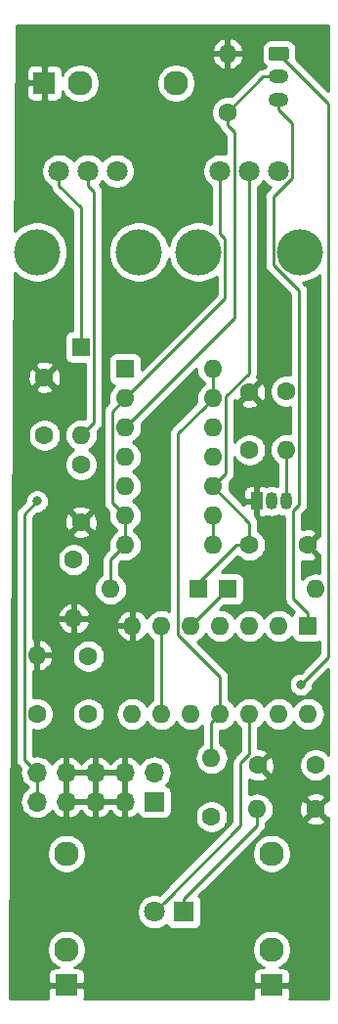
<source format=gbr>
G04 #@! TF.GenerationSoftware,KiCad,Pcbnew,(5.1.0)-1*
G04 #@! TF.CreationDate,2019-04-07T20:12:25-04:00*
G04 #@! TF.ProjectId,envelope,656e7665-6c6f-4706-952e-6b696361645f,rev?*
G04 #@! TF.SameCoordinates,Original*
G04 #@! TF.FileFunction,Copper,L2,Bot*
G04 #@! TF.FilePolarity,Positive*
%FSLAX46Y46*%
G04 Gerber Fmt 4.6, Leading zero omitted, Abs format (unit mm)*
G04 Created by KiCad (PCBNEW (5.1.0)-1) date 2019-04-07 20:12:25*
%MOMM*%
%LPD*%
G04 APERTURE LIST*
%ADD10O,1.600000X1.600000*%
%ADD11R,1.600000X1.600000*%
%ADD12C,4.000000*%
%ADD13C,1.800000*%
%ADD14C,1.600000*%
%ADD15R,1.050000X1.500000*%
%ADD16O,1.050000X1.500000*%
%ADD17C,2.130000*%
%ADD18R,1.930000X1.830000*%
%ADD19O,1.700000X1.700000*%
%ADD20R,1.700000X1.700000*%
%ADD21R,1.830000X1.930000*%
%ADD22O,1.750000X1.200000*%
%ADD23C,0.100000*%
%ADD24C,1.200000*%
%ADD25R,1.800000X1.800000*%
%ADD26C,0.800000*%
%ADD27C,0.250000*%
%ADD28C,0.254000*%
G04 APERTURE END LIST*
D10*
X138430000Y-109220000D03*
X123190000Y-101600000D03*
X135890000Y-109220000D03*
X125730000Y-101600000D03*
X133350000Y-109220000D03*
X128270000Y-101600000D03*
X130810000Y-109220000D03*
X130810000Y-101600000D03*
X128270000Y-109220000D03*
X133350000Y-101600000D03*
X125730000Y-109220000D03*
X135890000Y-101600000D03*
X123190000Y-109220000D03*
D11*
X138430000Y-101600000D03*
D10*
X130175000Y-79375000D03*
X122555000Y-94615000D03*
X130175000Y-81915000D03*
X122555000Y-92075000D03*
X130175000Y-84455000D03*
X122555000Y-89535000D03*
X130175000Y-86995000D03*
X122555000Y-86995000D03*
X130175000Y-89535000D03*
X122555000Y-84455000D03*
X130175000Y-92075000D03*
X122555000Y-81915000D03*
X130175000Y-94615000D03*
D11*
X122555000Y-79375000D03*
D12*
X128910000Y-69230000D03*
X137710000Y-69230000D03*
D13*
X130810000Y-62230000D03*
X133310000Y-62230000D03*
X135810000Y-62230000D03*
D12*
X114940000Y-69230000D03*
X123740000Y-69230000D03*
D13*
X116840000Y-62230000D03*
X119340000Y-62230000D03*
X121840000Y-62230000D03*
D10*
X130048000Y-113030000D03*
D14*
X130048000Y-118110000D03*
D10*
X133985000Y-117475000D03*
D14*
X139065000Y-117475000D03*
D10*
X114935000Y-104140000D03*
D14*
X114935000Y-109220000D03*
D10*
X136525000Y-86360000D03*
D14*
X136525000Y-81280000D03*
D10*
X118110000Y-100965000D03*
D14*
X118110000Y-95885000D03*
D10*
X131445000Y-52070000D03*
D14*
X131445000Y-57150000D03*
D15*
X133985000Y-90805000D03*
D16*
X136525000Y-90805000D03*
X135255000Y-90805000D03*
D17*
X135255000Y-121315000D03*
D18*
X135255000Y-132715000D03*
D17*
X135255000Y-129615000D03*
D19*
X114935000Y-114300000D03*
X114935000Y-116840000D03*
X117475000Y-114300000D03*
X117475000Y-116840000D03*
X120015000Y-114300000D03*
X120015000Y-116840000D03*
X122555000Y-114300000D03*
X122555000Y-116840000D03*
X125095000Y-114300000D03*
D20*
X125095000Y-116840000D03*
D17*
X117475000Y-121315000D03*
D18*
X117475000Y-132715000D03*
D17*
X117475000Y-129615000D03*
X126970000Y-54610000D03*
D21*
X115570000Y-54610000D03*
D17*
X118670000Y-54610000D03*
D22*
X135890000Y-56070000D03*
X135890000Y-54070000D03*
D23*
G36*
X136539505Y-51471204D02*
G01*
X136563773Y-51474804D01*
X136587572Y-51480765D01*
X136610671Y-51489030D01*
X136632850Y-51499520D01*
X136653893Y-51512132D01*
X136673599Y-51526747D01*
X136691777Y-51543223D01*
X136708253Y-51561401D01*
X136722868Y-51581107D01*
X136735480Y-51602150D01*
X136745970Y-51624329D01*
X136754235Y-51647428D01*
X136760196Y-51671227D01*
X136763796Y-51695495D01*
X136765000Y-51719999D01*
X136765000Y-52420001D01*
X136763796Y-52444505D01*
X136760196Y-52468773D01*
X136754235Y-52492572D01*
X136745970Y-52515671D01*
X136735480Y-52537850D01*
X136722868Y-52558893D01*
X136708253Y-52578599D01*
X136691777Y-52596777D01*
X136673599Y-52613253D01*
X136653893Y-52627868D01*
X136632850Y-52640480D01*
X136610671Y-52650970D01*
X136587572Y-52659235D01*
X136563773Y-52665196D01*
X136539505Y-52668796D01*
X136515001Y-52670000D01*
X135264999Y-52670000D01*
X135240495Y-52668796D01*
X135216227Y-52665196D01*
X135192428Y-52659235D01*
X135169329Y-52650970D01*
X135147150Y-52640480D01*
X135126107Y-52627868D01*
X135106401Y-52613253D01*
X135088223Y-52596777D01*
X135071747Y-52578599D01*
X135057132Y-52558893D01*
X135044520Y-52537850D01*
X135034030Y-52515671D01*
X135025765Y-52492572D01*
X135019804Y-52468773D01*
X135016204Y-52444505D01*
X135015000Y-52420001D01*
X135015000Y-51719999D01*
X135016204Y-51695495D01*
X135019804Y-51671227D01*
X135025765Y-51647428D01*
X135034030Y-51624329D01*
X135044520Y-51602150D01*
X135057132Y-51581107D01*
X135071747Y-51561401D01*
X135088223Y-51543223D01*
X135106401Y-51526747D01*
X135126107Y-51512132D01*
X135147150Y-51499520D01*
X135169329Y-51489030D01*
X135192428Y-51480765D01*
X135216227Y-51474804D01*
X135240495Y-51471204D01*
X135264999Y-51470000D01*
X136515001Y-51470000D01*
X136539505Y-51471204D01*
X136539505Y-51471204D01*
G37*
D24*
X135890000Y-52070000D03*
D13*
X125095000Y-126365000D03*
D25*
X127635000Y-126365000D03*
D10*
X139065000Y-98425000D03*
D11*
X131445000Y-98425000D03*
D10*
X121285000Y-98425000D03*
D11*
X128905000Y-98425000D03*
D10*
X118745000Y-85090000D03*
D11*
X118745000Y-77470000D03*
D14*
X134065000Y-113665000D03*
X139065000Y-113665000D03*
X119380000Y-104220000D03*
X119380000Y-109220000D03*
X138350000Y-94615000D03*
X133350000Y-94615000D03*
X115570000Y-80090000D03*
X115570000Y-85090000D03*
X133350000Y-81360000D03*
X133350000Y-86360000D03*
X118745000Y-92630000D03*
X118745000Y-87630000D03*
D26*
X114935000Y-90805000D03*
X137795000Y-106680000D03*
D27*
X114085001Y-113450001D02*
X114935000Y-114300000D01*
X113809999Y-113174999D02*
X114085001Y-113450001D01*
X113809999Y-91930001D02*
X113809999Y-113174999D01*
X114935000Y-90805000D02*
X113809999Y-91930001D01*
X114935000Y-114300000D02*
X114935000Y-116840000D01*
X119340000Y-63502792D02*
X119340000Y-62230000D01*
X119870001Y-64032793D02*
X119340000Y-63502792D01*
X119870001Y-83964999D02*
X119870001Y-64032793D01*
X118745000Y-85090000D02*
X119870001Y-83964999D01*
X130974999Y-88735001D02*
X130175000Y-89535000D01*
X131300001Y-88409999D02*
X130974999Y-88735001D01*
X131300001Y-81744997D02*
X131300001Y-88409999D01*
X133310000Y-79734998D02*
X131300001Y-81744997D01*
X133310000Y-62230000D02*
X133310000Y-79734998D01*
X132218630Y-94615000D02*
X133350000Y-94615000D01*
X128905000Y-97928630D02*
X132218630Y-94615000D01*
X128905000Y-98425000D02*
X128905000Y-97928630D01*
X133350000Y-92710000D02*
X133350000Y-94615000D01*
X130175000Y-89535000D02*
X133350000Y-92710000D01*
X118745000Y-76420000D02*
X118745000Y-77470000D01*
X118745000Y-65407792D02*
X118745000Y-76420000D01*
X116840000Y-63502792D02*
X118745000Y-65407792D01*
X116840000Y-62230000D02*
X116840000Y-63502792D01*
X123354999Y-81115001D02*
X122555000Y-81915000D01*
X131235001Y-73234999D02*
X123354999Y-81115001D01*
X131235001Y-68113999D02*
X131235001Y-73234999D01*
X130810000Y-67688998D02*
X131235001Y-68113999D01*
X130810000Y-62230000D02*
X130810000Y-67688998D01*
X121755001Y-91275001D02*
X122555000Y-92075000D01*
X121429999Y-90949999D02*
X121755001Y-91275001D01*
X121429999Y-83040001D02*
X121429999Y-90949999D01*
X122555000Y-81915000D02*
X121429999Y-83040001D01*
X122555000Y-92075000D02*
X122555000Y-94615000D01*
X121285000Y-95885000D02*
X121285000Y-98425000D01*
X122555000Y-94615000D02*
X121285000Y-95885000D01*
X130175000Y-92075000D02*
X130175000Y-94615000D01*
X136525000Y-86360000D02*
X136525000Y-90805000D01*
X135890000Y-56920000D02*
X135890000Y-56070000D01*
X137035001Y-58065001D02*
X135890000Y-56920000D01*
X137035001Y-62818001D02*
X137035001Y-58065001D01*
X135384999Y-70346001D02*
X135384999Y-64468003D01*
X137650001Y-72611003D02*
X135384999Y-70346001D01*
X137160000Y-91597095D02*
X137650001Y-91107094D01*
X135384999Y-64468003D02*
X137035001Y-62818001D01*
X137160000Y-99280000D02*
X137160000Y-91597095D01*
X137650001Y-91107094D02*
X137650001Y-72611003D01*
X138430000Y-100550000D02*
X137160000Y-99280000D01*
X138430000Y-101600000D02*
X138430000Y-100550000D01*
X129069999Y-100800001D02*
X131445000Y-98425000D01*
X128270000Y-101600000D02*
X129069999Y-100800001D01*
X125994999Y-125465001D02*
X125095000Y-126365000D01*
X132570001Y-118889999D02*
X125994999Y-125465001D01*
X132570001Y-113494997D02*
X132570001Y-118889999D01*
X133350000Y-112714998D02*
X132570001Y-113494997D01*
X133350000Y-109220000D02*
X133350000Y-112714998D01*
X133985000Y-118606370D02*
X133985000Y-117475000D01*
X133985000Y-118865000D02*
X133985000Y-118606370D01*
X127635000Y-125215000D02*
X133985000Y-118865000D01*
X127635000Y-126365000D02*
X127635000Y-125215000D01*
X123354999Y-83655001D02*
X122555000Y-84455000D01*
X132035001Y-74974999D02*
X123354999Y-83655001D01*
X132035001Y-58871371D02*
X132035001Y-74974999D01*
X131445000Y-58281370D02*
X132035001Y-58871371D01*
X131445000Y-57150000D02*
X131445000Y-58281370D01*
X134525000Y-54070000D02*
X135890000Y-54070000D01*
X131445000Y-57150000D02*
X134525000Y-54070000D01*
X140190001Y-56370001D02*
X140190001Y-104284999D01*
X135890000Y-52070000D02*
X140190001Y-56370001D01*
X140190001Y-104284999D02*
X137795000Y-106680000D01*
X137795000Y-106680000D02*
X137795000Y-106680000D01*
X129375001Y-82714999D02*
X130175000Y-81915000D01*
X127144999Y-84945001D02*
X129375001Y-82714999D01*
X127144999Y-102379999D02*
X127144999Y-84945001D01*
X130810000Y-106045000D02*
X127144999Y-102379999D01*
X130810000Y-109220000D02*
X130810000Y-106045000D01*
X130048000Y-109982000D02*
X130810000Y-109220000D01*
X130048000Y-113030000D02*
X130048000Y-109982000D01*
X130175000Y-79375000D02*
X130175000Y-81915000D01*
X125730000Y-101600000D02*
X125730000Y-109220000D01*
D28*
G36*
X140185000Y-55290198D02*
G01*
X137395158Y-52500356D01*
X137403072Y-52420001D01*
X137403072Y-51719999D01*
X137386008Y-51546745D01*
X137335472Y-51380149D01*
X137253405Y-51226613D01*
X137142962Y-51092038D01*
X137008387Y-50981595D01*
X136854851Y-50899528D01*
X136688255Y-50848992D01*
X136515001Y-50831928D01*
X135264999Y-50831928D01*
X135091745Y-50848992D01*
X134925149Y-50899528D01*
X134771613Y-50981595D01*
X134637038Y-51092038D01*
X134526595Y-51226613D01*
X134444528Y-51380149D01*
X134393992Y-51546745D01*
X134376928Y-51719999D01*
X134376928Y-52420001D01*
X134393992Y-52593255D01*
X134444528Y-52759851D01*
X134526595Y-52913387D01*
X134637038Y-53047962D01*
X134771613Y-53158405D01*
X134776111Y-53160809D01*
X134737498Y-53192498D01*
X134641067Y-53310000D01*
X134562325Y-53310000D01*
X134525000Y-53306324D01*
X134487675Y-53310000D01*
X134487667Y-53310000D01*
X134376014Y-53320997D01*
X134232753Y-53364454D01*
X134100724Y-53435026D01*
X133984999Y-53529999D01*
X133961201Y-53558997D01*
X131768886Y-55751312D01*
X131586335Y-55715000D01*
X131303665Y-55715000D01*
X131026426Y-55770147D01*
X130765273Y-55878320D01*
X130530241Y-56035363D01*
X130330363Y-56235241D01*
X130173320Y-56470273D01*
X130065147Y-56731426D01*
X130010000Y-57008665D01*
X130010000Y-57291335D01*
X130065147Y-57568574D01*
X130173320Y-57829727D01*
X130330363Y-58064759D01*
X130530241Y-58264637D01*
X130690203Y-58371520D01*
X130695998Y-58430356D01*
X130701076Y-58447095D01*
X130739454Y-58573616D01*
X130810026Y-58705646D01*
X130881201Y-58792372D01*
X130905000Y-58821371D01*
X130933997Y-58845168D01*
X131275001Y-59186173D01*
X131275001Y-60761138D01*
X131257743Y-60753989D01*
X130961184Y-60695000D01*
X130658816Y-60695000D01*
X130362257Y-60753989D01*
X130082905Y-60869701D01*
X129831495Y-61037688D01*
X129617688Y-61251495D01*
X129449701Y-61502905D01*
X129333989Y-61782257D01*
X129275000Y-62078816D01*
X129275000Y-62381184D01*
X129333989Y-62677743D01*
X129449701Y-62957095D01*
X129617688Y-63208505D01*
X129831495Y-63422312D01*
X130050000Y-63568313D01*
X130050001Y-66850100D01*
X129678601Y-66696261D01*
X129169525Y-66595000D01*
X128650475Y-66595000D01*
X128141399Y-66696261D01*
X127661859Y-66894893D01*
X127230285Y-67183262D01*
X126863262Y-67550285D01*
X126574893Y-67981859D01*
X126376261Y-68461399D01*
X126325000Y-68719107D01*
X126273739Y-68461399D01*
X126075107Y-67981859D01*
X125786738Y-67550285D01*
X125419715Y-67183262D01*
X124988141Y-66894893D01*
X124508601Y-66696261D01*
X123999525Y-66595000D01*
X123480475Y-66595000D01*
X122971399Y-66696261D01*
X122491859Y-66894893D01*
X122060285Y-67183262D01*
X121693262Y-67550285D01*
X121404893Y-67981859D01*
X121206261Y-68461399D01*
X121105000Y-68970475D01*
X121105000Y-69489525D01*
X121206261Y-69998601D01*
X121404893Y-70478141D01*
X121693262Y-70909715D01*
X122060285Y-71276738D01*
X122491859Y-71565107D01*
X122971399Y-71763739D01*
X123480475Y-71865000D01*
X123999525Y-71865000D01*
X124508601Y-71763739D01*
X124988141Y-71565107D01*
X125419715Y-71276738D01*
X125786738Y-70909715D01*
X126075107Y-70478141D01*
X126273739Y-69998601D01*
X126325000Y-69740893D01*
X126376261Y-69998601D01*
X126574893Y-70478141D01*
X126863262Y-70909715D01*
X127230285Y-71276738D01*
X127661859Y-71565107D01*
X128141399Y-71763739D01*
X128650475Y-71865000D01*
X129169525Y-71865000D01*
X129678601Y-71763739D01*
X130158141Y-71565107D01*
X130475002Y-71353387D01*
X130475002Y-72920196D01*
X123993072Y-79402127D01*
X123993072Y-78575000D01*
X123980812Y-78450518D01*
X123944502Y-78330820D01*
X123885537Y-78220506D01*
X123806185Y-78123815D01*
X123709494Y-78044463D01*
X123599180Y-77985498D01*
X123479482Y-77949188D01*
X123355000Y-77936928D01*
X121755000Y-77936928D01*
X121630518Y-77949188D01*
X121510820Y-77985498D01*
X121400506Y-78044463D01*
X121303815Y-78123815D01*
X121224463Y-78220506D01*
X121165498Y-78330820D01*
X121129188Y-78450518D01*
X121116928Y-78575000D01*
X121116928Y-80175000D01*
X121129188Y-80299482D01*
X121165498Y-80419180D01*
X121224463Y-80529494D01*
X121303815Y-80626185D01*
X121400506Y-80705537D01*
X121510820Y-80764502D01*
X121630518Y-80800812D01*
X121648482Y-80802581D01*
X121535392Y-80895392D01*
X121356068Y-81113899D01*
X121222818Y-81363192D01*
X121140764Y-81633691D01*
X121113057Y-81915000D01*
X121140764Y-82196309D01*
X121154292Y-82240906D01*
X120919001Y-82476197D01*
X120889998Y-82500000D01*
X120848986Y-82549974D01*
X120795025Y-82615725D01*
X120769220Y-82664003D01*
X120724453Y-82747755D01*
X120680996Y-82891016D01*
X120669999Y-83002669D01*
X120669999Y-83002679D01*
X120666323Y-83040001D01*
X120669999Y-83077323D01*
X120670000Y-90912667D01*
X120666323Y-90949999D01*
X120670000Y-90987332D01*
X120680997Y-91098985D01*
X120683457Y-91107095D01*
X120724453Y-91242245D01*
X120795025Y-91374275D01*
X120848986Y-91440026D01*
X120889999Y-91490000D01*
X120918997Y-91513798D01*
X121154292Y-91749093D01*
X121140764Y-91793691D01*
X121113057Y-92075000D01*
X121140764Y-92356309D01*
X121222818Y-92626808D01*
X121356068Y-92876101D01*
X121535392Y-93094608D01*
X121753899Y-93273932D01*
X121795000Y-93295901D01*
X121795001Y-93394099D01*
X121753899Y-93416068D01*
X121535392Y-93595392D01*
X121356068Y-93813899D01*
X121222818Y-94063192D01*
X121140764Y-94333691D01*
X121113057Y-94615000D01*
X121140764Y-94896309D01*
X121154292Y-94940906D01*
X120774003Y-95321196D01*
X120744999Y-95344999D01*
X120689871Y-95412174D01*
X120650026Y-95460724D01*
X120613126Y-95529759D01*
X120579454Y-95592754D01*
X120535997Y-95736015D01*
X120525000Y-95847668D01*
X120525000Y-95847678D01*
X120521324Y-95885000D01*
X120525000Y-95922323D01*
X120525001Y-97204099D01*
X120483899Y-97226068D01*
X120265392Y-97405392D01*
X120086068Y-97623899D01*
X119952818Y-97873192D01*
X119870764Y-98143691D01*
X119843057Y-98425000D01*
X119870764Y-98706309D01*
X119952818Y-98976808D01*
X120086068Y-99226101D01*
X120265392Y-99444608D01*
X120483899Y-99623932D01*
X120733192Y-99757182D01*
X121003691Y-99839236D01*
X121214508Y-99860000D01*
X121355492Y-99860000D01*
X121566309Y-99839236D01*
X121836808Y-99757182D01*
X122086101Y-99623932D01*
X122304608Y-99444608D01*
X122483932Y-99226101D01*
X122617182Y-98976808D01*
X122699236Y-98706309D01*
X122726943Y-98425000D01*
X122699236Y-98143691D01*
X122617182Y-97873192D01*
X122483932Y-97623899D01*
X122304608Y-97405392D01*
X122086101Y-97226068D01*
X122045000Y-97204099D01*
X122045000Y-96199801D01*
X122229094Y-96015708D01*
X122273691Y-96029236D01*
X122484508Y-96050000D01*
X122625492Y-96050000D01*
X122836309Y-96029236D01*
X123106808Y-95947182D01*
X123356101Y-95813932D01*
X123574608Y-95634608D01*
X123753932Y-95416101D01*
X123887182Y-95166808D01*
X123969236Y-94896309D01*
X123996943Y-94615000D01*
X123969236Y-94333691D01*
X123887182Y-94063192D01*
X123753932Y-93813899D01*
X123574608Y-93595392D01*
X123356101Y-93416068D01*
X123315000Y-93394099D01*
X123315000Y-93295901D01*
X123356101Y-93273932D01*
X123574608Y-93094608D01*
X123753932Y-92876101D01*
X123887182Y-92626808D01*
X123969236Y-92356309D01*
X123996943Y-92075000D01*
X123969236Y-91793691D01*
X123887182Y-91523192D01*
X123753932Y-91273899D01*
X123574608Y-91055392D01*
X123356101Y-90876068D01*
X123223142Y-90805000D01*
X123356101Y-90733932D01*
X123574608Y-90554608D01*
X123753932Y-90336101D01*
X123887182Y-90086808D01*
X123969236Y-89816309D01*
X123996943Y-89535000D01*
X123969236Y-89253691D01*
X123887182Y-88983192D01*
X123753932Y-88733899D01*
X123574608Y-88515392D01*
X123356101Y-88336068D01*
X123223142Y-88265000D01*
X123356101Y-88193932D01*
X123574608Y-88014608D01*
X123753932Y-87796101D01*
X123887182Y-87546808D01*
X123969236Y-87276309D01*
X123996943Y-86995000D01*
X123969236Y-86713691D01*
X123887182Y-86443192D01*
X123753932Y-86193899D01*
X123574608Y-85975392D01*
X123356101Y-85796068D01*
X123223142Y-85725000D01*
X123356101Y-85653932D01*
X123574608Y-85474608D01*
X123753932Y-85256101D01*
X123887182Y-85006808D01*
X123969236Y-84736309D01*
X123996943Y-84455000D01*
X123969236Y-84173691D01*
X123955708Y-84129093D01*
X128735598Y-79349204D01*
X128733057Y-79375000D01*
X128760764Y-79656309D01*
X128842818Y-79926808D01*
X128976068Y-80176101D01*
X129155392Y-80394608D01*
X129373899Y-80573932D01*
X129415000Y-80595901D01*
X129415001Y-80694099D01*
X129373899Y-80716068D01*
X129155392Y-80895392D01*
X128976068Y-81113899D01*
X128842818Y-81363192D01*
X128760764Y-81633691D01*
X128733057Y-81915000D01*
X128760764Y-82196309D01*
X128774292Y-82240906D01*
X126633997Y-84381202D01*
X126604999Y-84405000D01*
X126581201Y-84433998D01*
X126581200Y-84433999D01*
X126510025Y-84520725D01*
X126439453Y-84652755D01*
X126395997Y-84796016D01*
X126381323Y-84945001D01*
X126385000Y-84982334D01*
X126384999Y-100322975D01*
X126281808Y-100267818D01*
X126011309Y-100185764D01*
X125800492Y-100165000D01*
X125659508Y-100165000D01*
X125448691Y-100185764D01*
X125178192Y-100267818D01*
X124928899Y-100401068D01*
X124710392Y-100580392D01*
X124531068Y-100798899D01*
X124457421Y-100936682D01*
X124342385Y-100744869D01*
X124153414Y-100536481D01*
X123927420Y-100368963D01*
X123673087Y-100248754D01*
X123539039Y-100208096D01*
X123317000Y-100330085D01*
X123317000Y-101473000D01*
X123337000Y-101473000D01*
X123337000Y-101727000D01*
X123317000Y-101727000D01*
X123317000Y-102869915D01*
X123539039Y-102991904D01*
X123673087Y-102951246D01*
X123927420Y-102831037D01*
X124153414Y-102663519D01*
X124342385Y-102455131D01*
X124457421Y-102263318D01*
X124531068Y-102401101D01*
X124710392Y-102619608D01*
X124928899Y-102798932D01*
X124970000Y-102820901D01*
X124970001Y-107999099D01*
X124928899Y-108021068D01*
X124710392Y-108200392D01*
X124531068Y-108418899D01*
X124460000Y-108551858D01*
X124388932Y-108418899D01*
X124209608Y-108200392D01*
X123991101Y-108021068D01*
X123741808Y-107887818D01*
X123471309Y-107805764D01*
X123260492Y-107785000D01*
X123119508Y-107785000D01*
X122908691Y-107805764D01*
X122638192Y-107887818D01*
X122388899Y-108021068D01*
X122170392Y-108200392D01*
X121991068Y-108418899D01*
X121857818Y-108668192D01*
X121775764Y-108938691D01*
X121748057Y-109220000D01*
X121775764Y-109501309D01*
X121857818Y-109771808D01*
X121991068Y-110021101D01*
X122170392Y-110239608D01*
X122388899Y-110418932D01*
X122638192Y-110552182D01*
X122908691Y-110634236D01*
X123119508Y-110655000D01*
X123260492Y-110655000D01*
X123471309Y-110634236D01*
X123741808Y-110552182D01*
X123991101Y-110418932D01*
X124209608Y-110239608D01*
X124388932Y-110021101D01*
X124460000Y-109888142D01*
X124531068Y-110021101D01*
X124710392Y-110239608D01*
X124928899Y-110418932D01*
X125178192Y-110552182D01*
X125448691Y-110634236D01*
X125659508Y-110655000D01*
X125800492Y-110655000D01*
X126011309Y-110634236D01*
X126281808Y-110552182D01*
X126531101Y-110418932D01*
X126749608Y-110239608D01*
X126928932Y-110021101D01*
X127000000Y-109888142D01*
X127071068Y-110021101D01*
X127250392Y-110239608D01*
X127468899Y-110418932D01*
X127718192Y-110552182D01*
X127988691Y-110634236D01*
X128199508Y-110655000D01*
X128340492Y-110655000D01*
X128551309Y-110634236D01*
X128821808Y-110552182D01*
X129071101Y-110418932D01*
X129288001Y-110240927D01*
X129288000Y-111809099D01*
X129246899Y-111831068D01*
X129028392Y-112010392D01*
X128849068Y-112228899D01*
X128715818Y-112478192D01*
X128633764Y-112748691D01*
X128606057Y-113030000D01*
X128633764Y-113311309D01*
X128715818Y-113581808D01*
X128849068Y-113831101D01*
X129028392Y-114049608D01*
X129246899Y-114228932D01*
X129496192Y-114362182D01*
X129766691Y-114444236D01*
X129977508Y-114465000D01*
X130118492Y-114465000D01*
X130329309Y-114444236D01*
X130599808Y-114362182D01*
X130849101Y-114228932D01*
X131067608Y-114049608D01*
X131246932Y-113831101D01*
X131380182Y-113581808D01*
X131462236Y-113311309D01*
X131489943Y-113030000D01*
X131462236Y-112748691D01*
X131380182Y-112478192D01*
X131246932Y-112228899D01*
X131067608Y-112010392D01*
X130849101Y-111831068D01*
X130808000Y-111809099D01*
X130808000Y-110655000D01*
X130880492Y-110655000D01*
X131091309Y-110634236D01*
X131361808Y-110552182D01*
X131611101Y-110418932D01*
X131829608Y-110239608D01*
X132008932Y-110021101D01*
X132080000Y-109888142D01*
X132151068Y-110021101D01*
X132330392Y-110239608D01*
X132548899Y-110418932D01*
X132590000Y-110440901D01*
X132590001Y-112400195D01*
X132059003Y-112931194D01*
X132030000Y-112954996D01*
X132005153Y-112985273D01*
X131935027Y-113070721D01*
X131898384Y-113139275D01*
X131864455Y-113202751D01*
X131820998Y-113346012D01*
X131810001Y-113457665D01*
X131810001Y-113457675D01*
X131806325Y-113494997D01*
X131810001Y-113532320D01*
X131810002Y-118575196D01*
X125503930Y-124881269D01*
X125246184Y-124830000D01*
X124943816Y-124830000D01*
X124647257Y-124888989D01*
X124367905Y-125004701D01*
X124116495Y-125172688D01*
X123902688Y-125386495D01*
X123734701Y-125637905D01*
X123618989Y-125917257D01*
X123560000Y-126213816D01*
X123560000Y-126516184D01*
X123618989Y-126812743D01*
X123734701Y-127092095D01*
X123902688Y-127343505D01*
X124116495Y-127557312D01*
X124367905Y-127725299D01*
X124647257Y-127841011D01*
X124943816Y-127900000D01*
X125246184Y-127900000D01*
X125542743Y-127841011D01*
X125822095Y-127725299D01*
X126073505Y-127557312D01*
X126139944Y-127490873D01*
X126145498Y-127509180D01*
X126204463Y-127619494D01*
X126283815Y-127716185D01*
X126380506Y-127795537D01*
X126490820Y-127854502D01*
X126610518Y-127890812D01*
X126735000Y-127903072D01*
X128535000Y-127903072D01*
X128659482Y-127890812D01*
X128779180Y-127854502D01*
X128889494Y-127795537D01*
X128986185Y-127716185D01*
X129065537Y-127619494D01*
X129124502Y-127509180D01*
X129160812Y-127389482D01*
X129173072Y-127265000D01*
X129173072Y-125465000D01*
X129160812Y-125340518D01*
X129124502Y-125220820D01*
X129065537Y-125110506D01*
X128986185Y-125013815D01*
X128944882Y-124979919D01*
X132777236Y-121147565D01*
X133555000Y-121147565D01*
X133555000Y-121482435D01*
X133620330Y-121810872D01*
X133748479Y-122120252D01*
X133934523Y-122398687D01*
X134171313Y-122635477D01*
X134449748Y-122821521D01*
X134759128Y-122949670D01*
X135087565Y-123015000D01*
X135422435Y-123015000D01*
X135750872Y-122949670D01*
X136060252Y-122821521D01*
X136338687Y-122635477D01*
X136575477Y-122398687D01*
X136761521Y-122120252D01*
X136889670Y-121810872D01*
X136955000Y-121482435D01*
X136955000Y-121147565D01*
X136889670Y-120819128D01*
X136761521Y-120509748D01*
X136575477Y-120231313D01*
X136338687Y-119994523D01*
X136060252Y-119808479D01*
X135750872Y-119680330D01*
X135422435Y-119615000D01*
X135087565Y-119615000D01*
X134759128Y-119680330D01*
X134449748Y-119808479D01*
X134171313Y-119994523D01*
X133934523Y-120231313D01*
X133748479Y-120509748D01*
X133620330Y-120819128D01*
X133555000Y-121147565D01*
X132777236Y-121147565D01*
X134496004Y-119428798D01*
X134525001Y-119405001D01*
X134565730Y-119355373D01*
X134619974Y-119289277D01*
X134690546Y-119157247D01*
X134693845Y-119146371D01*
X134734003Y-119013986D01*
X134745000Y-118902333D01*
X134745000Y-118902324D01*
X134748676Y-118865001D01*
X134745000Y-118827678D01*
X134745000Y-118695901D01*
X134786101Y-118673932D01*
X135004608Y-118494608D01*
X135026689Y-118467702D01*
X138251903Y-118467702D01*
X138323486Y-118711671D01*
X138578996Y-118832571D01*
X138853184Y-118901300D01*
X139135512Y-118915217D01*
X139415130Y-118873787D01*
X139681292Y-118778603D01*
X139806514Y-118711671D01*
X139878097Y-118467702D01*
X139065000Y-117654605D01*
X138251903Y-118467702D01*
X135026689Y-118467702D01*
X135183932Y-118276101D01*
X135317182Y-118026808D01*
X135399236Y-117756309D01*
X135419998Y-117545512D01*
X137624783Y-117545512D01*
X137666213Y-117825130D01*
X137761397Y-118091292D01*
X137828329Y-118216514D01*
X138072298Y-118288097D01*
X138885395Y-117475000D01*
X138072298Y-116661903D01*
X137828329Y-116733486D01*
X137707429Y-116988996D01*
X137638700Y-117263184D01*
X137624783Y-117545512D01*
X135419998Y-117545512D01*
X135426943Y-117475000D01*
X135399236Y-117193691D01*
X135317182Y-116923192D01*
X135183932Y-116673899D01*
X135026690Y-116482298D01*
X138251903Y-116482298D01*
X139065000Y-117295395D01*
X139878097Y-116482298D01*
X139806514Y-116238329D01*
X139551004Y-116117429D01*
X139276816Y-116048700D01*
X138994488Y-116034783D01*
X138714870Y-116076213D01*
X138448708Y-116171397D01*
X138323486Y-116238329D01*
X138251903Y-116482298D01*
X135026690Y-116482298D01*
X135004608Y-116455392D01*
X134786101Y-116276068D01*
X134536808Y-116142818D01*
X134266309Y-116060764D01*
X134055492Y-116040000D01*
X133914508Y-116040000D01*
X133703691Y-116060764D01*
X133433192Y-116142818D01*
X133330001Y-116197975D01*
X133330001Y-114904754D01*
X133578996Y-115022571D01*
X133853184Y-115091300D01*
X134135512Y-115105217D01*
X134415130Y-115063787D01*
X134681292Y-114968603D01*
X134806514Y-114901671D01*
X134878097Y-114657702D01*
X134065000Y-113844605D01*
X134050858Y-113858748D01*
X133871253Y-113679143D01*
X133885395Y-113665000D01*
X134244605Y-113665000D01*
X135057702Y-114478097D01*
X135301671Y-114406514D01*
X135422571Y-114151004D01*
X135491300Y-113876816D01*
X135505217Y-113594488D01*
X135463787Y-113314870D01*
X135368603Y-113048708D01*
X135301671Y-112923486D01*
X135057702Y-112851903D01*
X134244605Y-113665000D01*
X133885395Y-113665000D01*
X133871253Y-113650858D01*
X134050858Y-113471253D01*
X134065000Y-113485395D01*
X134878097Y-112672298D01*
X134806514Y-112428329D01*
X134551004Y-112307429D01*
X134276816Y-112238700D01*
X134110000Y-112230477D01*
X134110000Y-110440901D01*
X134151101Y-110418932D01*
X134369608Y-110239608D01*
X134548932Y-110021101D01*
X134620000Y-109888142D01*
X134691068Y-110021101D01*
X134870392Y-110239608D01*
X135088899Y-110418932D01*
X135338192Y-110552182D01*
X135608691Y-110634236D01*
X135819508Y-110655000D01*
X135960492Y-110655000D01*
X136171309Y-110634236D01*
X136441808Y-110552182D01*
X136691101Y-110418932D01*
X136909608Y-110239608D01*
X137088932Y-110021101D01*
X137160000Y-109888142D01*
X137231068Y-110021101D01*
X137410392Y-110239608D01*
X137628899Y-110418932D01*
X137878192Y-110552182D01*
X138148691Y-110634236D01*
X138359508Y-110655000D01*
X138500492Y-110655000D01*
X138711309Y-110634236D01*
X138981808Y-110552182D01*
X139231101Y-110418932D01*
X139449608Y-110239608D01*
X139628932Y-110021101D01*
X139762182Y-109771808D01*
X139844236Y-109501309D01*
X139871943Y-109220000D01*
X139844236Y-108938691D01*
X139762182Y-108668192D01*
X139628932Y-108418899D01*
X139449608Y-108200392D01*
X139231101Y-108021068D01*
X138981808Y-107887818D01*
X138711309Y-107805764D01*
X138500492Y-107785000D01*
X138359508Y-107785000D01*
X138148691Y-107805764D01*
X137878192Y-107887818D01*
X137628899Y-108021068D01*
X137410392Y-108200392D01*
X137231068Y-108418899D01*
X137160000Y-108551858D01*
X137088932Y-108418899D01*
X136909608Y-108200392D01*
X136691101Y-108021068D01*
X136441808Y-107887818D01*
X136171309Y-107805764D01*
X135960492Y-107785000D01*
X135819508Y-107785000D01*
X135608691Y-107805764D01*
X135338192Y-107887818D01*
X135088899Y-108021068D01*
X134870392Y-108200392D01*
X134691068Y-108418899D01*
X134620000Y-108551858D01*
X134548932Y-108418899D01*
X134369608Y-108200392D01*
X134151101Y-108021068D01*
X133901808Y-107887818D01*
X133631309Y-107805764D01*
X133420492Y-107785000D01*
X133279508Y-107785000D01*
X133068691Y-107805764D01*
X132798192Y-107887818D01*
X132548899Y-108021068D01*
X132330392Y-108200392D01*
X132151068Y-108418899D01*
X132080000Y-108551858D01*
X132008932Y-108418899D01*
X131829608Y-108200392D01*
X131611101Y-108021068D01*
X131570000Y-107999099D01*
X131570000Y-106082322D01*
X131573676Y-106044999D01*
X131570000Y-106007676D01*
X131570000Y-106007667D01*
X131559003Y-105896014D01*
X131515546Y-105752753D01*
X131479210Y-105684774D01*
X131444974Y-105620723D01*
X131373799Y-105533997D01*
X131350001Y-105504999D01*
X131321003Y-105481201D01*
X128783580Y-102943778D01*
X128821808Y-102932182D01*
X129071101Y-102798932D01*
X129289608Y-102619608D01*
X129468932Y-102401101D01*
X129540000Y-102268142D01*
X129611068Y-102401101D01*
X129790392Y-102619608D01*
X130008899Y-102798932D01*
X130258192Y-102932182D01*
X130528691Y-103014236D01*
X130739508Y-103035000D01*
X130880492Y-103035000D01*
X131091309Y-103014236D01*
X131361808Y-102932182D01*
X131611101Y-102798932D01*
X131829608Y-102619608D01*
X132008932Y-102401101D01*
X132080000Y-102268142D01*
X132151068Y-102401101D01*
X132330392Y-102619608D01*
X132548899Y-102798932D01*
X132798192Y-102932182D01*
X133068691Y-103014236D01*
X133279508Y-103035000D01*
X133420492Y-103035000D01*
X133631309Y-103014236D01*
X133901808Y-102932182D01*
X134151101Y-102798932D01*
X134369608Y-102619608D01*
X134548932Y-102401101D01*
X134620000Y-102268142D01*
X134691068Y-102401101D01*
X134870392Y-102619608D01*
X135088899Y-102798932D01*
X135338192Y-102932182D01*
X135608691Y-103014236D01*
X135819508Y-103035000D01*
X135960492Y-103035000D01*
X136171309Y-103014236D01*
X136441808Y-102932182D01*
X136691101Y-102798932D01*
X136909608Y-102619608D01*
X137002419Y-102506518D01*
X137004188Y-102524482D01*
X137040498Y-102644180D01*
X137099463Y-102754494D01*
X137178815Y-102851185D01*
X137275506Y-102930537D01*
X137385820Y-102989502D01*
X137505518Y-103025812D01*
X137630000Y-103038072D01*
X139230000Y-103038072D01*
X139354482Y-103025812D01*
X139430002Y-103002903D01*
X139430002Y-103970196D01*
X137755199Y-105645000D01*
X137693061Y-105645000D01*
X137493102Y-105684774D01*
X137304744Y-105762795D01*
X137135226Y-105876063D01*
X136991063Y-106020226D01*
X136877795Y-106189744D01*
X136799774Y-106378102D01*
X136760000Y-106578061D01*
X136760000Y-106781939D01*
X136799774Y-106981898D01*
X136877795Y-107170256D01*
X136991063Y-107339774D01*
X137135226Y-107483937D01*
X137304744Y-107597205D01*
X137493102Y-107675226D01*
X137693061Y-107715000D01*
X137896939Y-107715000D01*
X138096898Y-107675226D01*
X138285256Y-107597205D01*
X138454774Y-107483937D01*
X138598937Y-107339774D01*
X138712205Y-107170256D01*
X138790226Y-106981898D01*
X138830000Y-106781939D01*
X138830000Y-106719801D01*
X140185001Y-105364801D01*
X140185001Y-112758268D01*
X140179637Y-112750241D01*
X139979759Y-112550363D01*
X139744727Y-112393320D01*
X139483574Y-112285147D01*
X139206335Y-112230000D01*
X138923665Y-112230000D01*
X138646426Y-112285147D01*
X138385273Y-112393320D01*
X138150241Y-112550363D01*
X137950363Y-112750241D01*
X137793320Y-112985273D01*
X137685147Y-113246426D01*
X137630000Y-113523665D01*
X137630000Y-113806335D01*
X137685147Y-114083574D01*
X137793320Y-114344727D01*
X137950363Y-114579759D01*
X138150241Y-114779637D01*
X138385273Y-114936680D01*
X138646426Y-115044853D01*
X138923665Y-115100000D01*
X139206335Y-115100000D01*
X139483574Y-115044853D01*
X139744727Y-114936680D01*
X139979759Y-114779637D01*
X140179637Y-114579759D01*
X140185001Y-114571732D01*
X140185001Y-116699254D01*
X140057702Y-116661903D01*
X139244605Y-117475000D01*
X140057702Y-118288097D01*
X140185001Y-118250746D01*
X140185001Y-133835000D01*
X136821387Y-133835000D01*
X136845812Y-133754482D01*
X136858072Y-133630000D01*
X136855000Y-133000750D01*
X136696250Y-132842000D01*
X135382000Y-132842000D01*
X135382000Y-132862000D01*
X135128000Y-132862000D01*
X135128000Y-132842000D01*
X133813750Y-132842000D01*
X133655000Y-133000750D01*
X133651928Y-133630000D01*
X133664188Y-133754482D01*
X133688613Y-133835000D01*
X119041387Y-133835000D01*
X119065812Y-133754482D01*
X119078072Y-133630000D01*
X119075000Y-133000750D01*
X118916250Y-132842000D01*
X117602000Y-132842000D01*
X117602000Y-132862000D01*
X117348000Y-132862000D01*
X117348000Y-132842000D01*
X116033750Y-132842000D01*
X115875000Y-133000750D01*
X115871928Y-133630000D01*
X115884188Y-133754482D01*
X115908613Y-133835000D01*
X112545000Y-133835000D01*
X112545000Y-130926413D01*
X112556119Y-129447565D01*
X115775000Y-129447565D01*
X115775000Y-129782435D01*
X115840330Y-130110872D01*
X115968479Y-130420252D01*
X116154523Y-130698687D01*
X116391313Y-130935477D01*
X116669748Y-131121521D01*
X116770140Y-131163105D01*
X116510000Y-131161928D01*
X116385518Y-131174188D01*
X116265820Y-131210498D01*
X116155506Y-131269463D01*
X116058815Y-131348815D01*
X115979463Y-131445506D01*
X115920498Y-131555820D01*
X115884188Y-131675518D01*
X115871928Y-131800000D01*
X115875000Y-132429250D01*
X116033750Y-132588000D01*
X117348000Y-132588000D01*
X117348000Y-132568000D01*
X117602000Y-132568000D01*
X117602000Y-132588000D01*
X118916250Y-132588000D01*
X119075000Y-132429250D01*
X119078072Y-131800000D01*
X119065812Y-131675518D01*
X119029502Y-131555820D01*
X118970537Y-131445506D01*
X118891185Y-131348815D01*
X118794494Y-131269463D01*
X118684180Y-131210498D01*
X118564482Y-131174188D01*
X118440000Y-131161928D01*
X118179860Y-131163105D01*
X118280252Y-131121521D01*
X118558687Y-130935477D01*
X118795477Y-130698687D01*
X118981521Y-130420252D01*
X119109670Y-130110872D01*
X119175000Y-129782435D01*
X119175000Y-129447565D01*
X133555000Y-129447565D01*
X133555000Y-129782435D01*
X133620330Y-130110872D01*
X133748479Y-130420252D01*
X133934523Y-130698687D01*
X134171313Y-130935477D01*
X134449748Y-131121521D01*
X134550140Y-131163105D01*
X134290000Y-131161928D01*
X134165518Y-131174188D01*
X134045820Y-131210498D01*
X133935506Y-131269463D01*
X133838815Y-131348815D01*
X133759463Y-131445506D01*
X133700498Y-131555820D01*
X133664188Y-131675518D01*
X133651928Y-131800000D01*
X133655000Y-132429250D01*
X133813750Y-132588000D01*
X135128000Y-132588000D01*
X135128000Y-132568000D01*
X135382000Y-132568000D01*
X135382000Y-132588000D01*
X136696250Y-132588000D01*
X136855000Y-132429250D01*
X136858072Y-131800000D01*
X136845812Y-131675518D01*
X136809502Y-131555820D01*
X136750537Y-131445506D01*
X136671185Y-131348815D01*
X136574494Y-131269463D01*
X136464180Y-131210498D01*
X136344482Y-131174188D01*
X136220000Y-131161928D01*
X135959860Y-131163105D01*
X136060252Y-131121521D01*
X136338687Y-130935477D01*
X136575477Y-130698687D01*
X136761521Y-130420252D01*
X136889670Y-130110872D01*
X136955000Y-129782435D01*
X136955000Y-129447565D01*
X136889670Y-129119128D01*
X136761521Y-128809748D01*
X136575477Y-128531313D01*
X136338687Y-128294523D01*
X136060252Y-128108479D01*
X135750872Y-127980330D01*
X135422435Y-127915000D01*
X135087565Y-127915000D01*
X134759128Y-127980330D01*
X134449748Y-128108479D01*
X134171313Y-128294523D01*
X133934523Y-128531313D01*
X133748479Y-128809748D01*
X133620330Y-129119128D01*
X133555000Y-129447565D01*
X119175000Y-129447565D01*
X119109670Y-129119128D01*
X118981521Y-128809748D01*
X118795477Y-128531313D01*
X118558687Y-128294523D01*
X118280252Y-128108479D01*
X117970872Y-127980330D01*
X117642435Y-127915000D01*
X117307565Y-127915000D01*
X116979128Y-127980330D01*
X116669748Y-128108479D01*
X116391313Y-128294523D01*
X116154523Y-128531313D01*
X115968479Y-128809748D01*
X115840330Y-129119128D01*
X115775000Y-129447565D01*
X112556119Y-129447565D01*
X112618525Y-121147565D01*
X115775000Y-121147565D01*
X115775000Y-121482435D01*
X115840330Y-121810872D01*
X115968479Y-122120252D01*
X116154523Y-122398687D01*
X116391313Y-122635477D01*
X116669748Y-122821521D01*
X116979128Y-122949670D01*
X117307565Y-123015000D01*
X117642435Y-123015000D01*
X117970872Y-122949670D01*
X118280252Y-122821521D01*
X118558687Y-122635477D01*
X118795477Y-122398687D01*
X118981521Y-122120252D01*
X119109670Y-121810872D01*
X119175000Y-121482435D01*
X119175000Y-121147565D01*
X119109670Y-120819128D01*
X118981521Y-120509748D01*
X118795477Y-120231313D01*
X118558687Y-119994523D01*
X118280252Y-119808479D01*
X117970872Y-119680330D01*
X117642435Y-119615000D01*
X117307565Y-119615000D01*
X116979128Y-119680330D01*
X116669748Y-119808479D01*
X116391313Y-119994523D01*
X116154523Y-120231313D01*
X115968479Y-120509748D01*
X115840330Y-120819128D01*
X115775000Y-121147565D01*
X112618525Y-121147565D01*
X112838206Y-91930001D01*
X113046323Y-91930001D01*
X113049999Y-91967323D01*
X113050000Y-113137666D01*
X113046323Y-113174999D01*
X113050000Y-113212332D01*
X113060997Y-113323985D01*
X113067679Y-113346012D01*
X113104453Y-113467245D01*
X113175025Y-113599275D01*
X113228965Y-113665000D01*
X113269999Y-113715000D01*
X113298997Y-113738798D01*
X113494203Y-113934004D01*
X113471487Y-114008889D01*
X113442815Y-114300000D01*
X113471487Y-114591111D01*
X113556401Y-114871034D01*
X113694294Y-115129014D01*
X113879866Y-115355134D01*
X114105986Y-115540706D01*
X114160791Y-115570000D01*
X114105986Y-115599294D01*
X113879866Y-115784866D01*
X113694294Y-116010986D01*
X113556401Y-116268966D01*
X113471487Y-116548889D01*
X113442815Y-116840000D01*
X113471487Y-117131111D01*
X113556401Y-117411034D01*
X113694294Y-117669014D01*
X113879866Y-117895134D01*
X114105986Y-118080706D01*
X114363966Y-118218599D01*
X114643889Y-118303513D01*
X114862050Y-118325000D01*
X115007950Y-118325000D01*
X115226111Y-118303513D01*
X115506034Y-118218599D01*
X115764014Y-118080706D01*
X115990134Y-117895134D01*
X116175706Y-117669014D01*
X116210201Y-117604477D01*
X116279822Y-117721355D01*
X116474731Y-117937588D01*
X116708080Y-118111641D01*
X116970901Y-118236825D01*
X117118110Y-118281476D01*
X117348000Y-118160155D01*
X117348000Y-116967000D01*
X117602000Y-116967000D01*
X117602000Y-118160155D01*
X117831890Y-118281476D01*
X117979099Y-118236825D01*
X118241920Y-118111641D01*
X118475269Y-117937588D01*
X118670178Y-117721355D01*
X118745000Y-117595745D01*
X118819822Y-117721355D01*
X119014731Y-117937588D01*
X119248080Y-118111641D01*
X119510901Y-118236825D01*
X119658110Y-118281476D01*
X119888000Y-118160155D01*
X119888000Y-116967000D01*
X120142000Y-116967000D01*
X120142000Y-118160155D01*
X120371890Y-118281476D01*
X120519099Y-118236825D01*
X120781920Y-118111641D01*
X121015269Y-117937588D01*
X121210178Y-117721355D01*
X121285000Y-117595745D01*
X121359822Y-117721355D01*
X121554731Y-117937588D01*
X121788080Y-118111641D01*
X122050901Y-118236825D01*
X122198110Y-118281476D01*
X122428000Y-118160155D01*
X122428000Y-116967000D01*
X120142000Y-116967000D01*
X119888000Y-116967000D01*
X117602000Y-116967000D01*
X117348000Y-116967000D01*
X117328000Y-116967000D01*
X117328000Y-116713000D01*
X117348000Y-116713000D01*
X117348000Y-114427000D01*
X117602000Y-114427000D01*
X117602000Y-116713000D01*
X119888000Y-116713000D01*
X119888000Y-114427000D01*
X120142000Y-114427000D01*
X120142000Y-116713000D01*
X122428000Y-116713000D01*
X122428000Y-114427000D01*
X120142000Y-114427000D01*
X119888000Y-114427000D01*
X117602000Y-114427000D01*
X117348000Y-114427000D01*
X117328000Y-114427000D01*
X117328000Y-114173000D01*
X117348000Y-114173000D01*
X117348000Y-112979845D01*
X117602000Y-112979845D01*
X117602000Y-114173000D01*
X119888000Y-114173000D01*
X119888000Y-112979845D01*
X120142000Y-112979845D01*
X120142000Y-114173000D01*
X122428000Y-114173000D01*
X122428000Y-112979845D01*
X122682000Y-112979845D01*
X122682000Y-114173000D01*
X122702000Y-114173000D01*
X122702000Y-114427000D01*
X122682000Y-114427000D01*
X122682000Y-116713000D01*
X122702000Y-116713000D01*
X122702000Y-116967000D01*
X122682000Y-116967000D01*
X122682000Y-118160155D01*
X122911890Y-118281476D01*
X123059099Y-118236825D01*
X123321920Y-118111641D01*
X123555269Y-117937588D01*
X123631034Y-117853534D01*
X123655498Y-117934180D01*
X123714463Y-118044494D01*
X123793815Y-118141185D01*
X123890506Y-118220537D01*
X124000820Y-118279502D01*
X124120518Y-118315812D01*
X124245000Y-118328072D01*
X125945000Y-118328072D01*
X126069482Y-118315812D01*
X126189180Y-118279502D01*
X126299494Y-118220537D01*
X126396185Y-118141185D01*
X126475537Y-118044494D01*
X126516069Y-117968665D01*
X128613000Y-117968665D01*
X128613000Y-118251335D01*
X128668147Y-118528574D01*
X128776320Y-118789727D01*
X128933363Y-119024759D01*
X129133241Y-119224637D01*
X129368273Y-119381680D01*
X129629426Y-119489853D01*
X129906665Y-119545000D01*
X130189335Y-119545000D01*
X130466574Y-119489853D01*
X130727727Y-119381680D01*
X130962759Y-119224637D01*
X131162637Y-119024759D01*
X131319680Y-118789727D01*
X131427853Y-118528574D01*
X131483000Y-118251335D01*
X131483000Y-117968665D01*
X131427853Y-117691426D01*
X131319680Y-117430273D01*
X131162637Y-117195241D01*
X130962759Y-116995363D01*
X130727727Y-116838320D01*
X130466574Y-116730147D01*
X130189335Y-116675000D01*
X129906665Y-116675000D01*
X129629426Y-116730147D01*
X129368273Y-116838320D01*
X129133241Y-116995363D01*
X128933363Y-117195241D01*
X128776320Y-117430273D01*
X128668147Y-117691426D01*
X128613000Y-117968665D01*
X126516069Y-117968665D01*
X126534502Y-117934180D01*
X126570812Y-117814482D01*
X126583072Y-117690000D01*
X126583072Y-115990000D01*
X126570812Y-115865518D01*
X126534502Y-115745820D01*
X126475537Y-115635506D01*
X126396185Y-115538815D01*
X126299494Y-115459463D01*
X126189180Y-115400498D01*
X126120313Y-115379607D01*
X126150134Y-115355134D01*
X126335706Y-115129014D01*
X126473599Y-114871034D01*
X126558513Y-114591111D01*
X126587185Y-114300000D01*
X126558513Y-114008889D01*
X126473599Y-113728966D01*
X126335706Y-113470986D01*
X126150134Y-113244866D01*
X125924014Y-113059294D01*
X125666034Y-112921401D01*
X125386111Y-112836487D01*
X125167950Y-112815000D01*
X125022050Y-112815000D01*
X124803889Y-112836487D01*
X124523966Y-112921401D01*
X124265986Y-113059294D01*
X124039866Y-113244866D01*
X123854294Y-113470986D01*
X123819799Y-113535523D01*
X123750178Y-113418645D01*
X123555269Y-113202412D01*
X123321920Y-113028359D01*
X123059099Y-112903175D01*
X122911890Y-112858524D01*
X122682000Y-112979845D01*
X122428000Y-112979845D01*
X122198110Y-112858524D01*
X122050901Y-112903175D01*
X121788080Y-113028359D01*
X121554731Y-113202412D01*
X121359822Y-113418645D01*
X121285000Y-113544255D01*
X121210178Y-113418645D01*
X121015269Y-113202412D01*
X120781920Y-113028359D01*
X120519099Y-112903175D01*
X120371890Y-112858524D01*
X120142000Y-112979845D01*
X119888000Y-112979845D01*
X119658110Y-112858524D01*
X119510901Y-112903175D01*
X119248080Y-113028359D01*
X119014731Y-113202412D01*
X118819822Y-113418645D01*
X118745000Y-113544255D01*
X118670178Y-113418645D01*
X118475269Y-113202412D01*
X118241920Y-113028359D01*
X117979099Y-112903175D01*
X117831890Y-112858524D01*
X117602000Y-112979845D01*
X117348000Y-112979845D01*
X117118110Y-112858524D01*
X116970901Y-112903175D01*
X116708080Y-113028359D01*
X116474731Y-113202412D01*
X116279822Y-113418645D01*
X116210201Y-113535523D01*
X116175706Y-113470986D01*
X115990134Y-113244866D01*
X115764014Y-113059294D01*
X115506034Y-112921401D01*
X115226111Y-112836487D01*
X115007950Y-112815000D01*
X114862050Y-112815000D01*
X114643889Y-112836487D01*
X114569999Y-112858901D01*
X114569999Y-110610509D01*
X114793665Y-110655000D01*
X115076335Y-110655000D01*
X115353574Y-110599853D01*
X115614727Y-110491680D01*
X115849759Y-110334637D01*
X116049637Y-110134759D01*
X116206680Y-109899727D01*
X116314853Y-109638574D01*
X116370000Y-109361335D01*
X116370000Y-109078665D01*
X117945000Y-109078665D01*
X117945000Y-109361335D01*
X118000147Y-109638574D01*
X118108320Y-109899727D01*
X118265363Y-110134759D01*
X118465241Y-110334637D01*
X118700273Y-110491680D01*
X118961426Y-110599853D01*
X119238665Y-110655000D01*
X119521335Y-110655000D01*
X119798574Y-110599853D01*
X120059727Y-110491680D01*
X120294759Y-110334637D01*
X120494637Y-110134759D01*
X120651680Y-109899727D01*
X120759853Y-109638574D01*
X120815000Y-109361335D01*
X120815000Y-109078665D01*
X120759853Y-108801426D01*
X120651680Y-108540273D01*
X120494637Y-108305241D01*
X120294759Y-108105363D01*
X120059727Y-107948320D01*
X119798574Y-107840147D01*
X119521335Y-107785000D01*
X119238665Y-107785000D01*
X118961426Y-107840147D01*
X118700273Y-107948320D01*
X118465241Y-108105363D01*
X118265363Y-108305241D01*
X118108320Y-108540273D01*
X118000147Y-108801426D01*
X117945000Y-109078665D01*
X116370000Y-109078665D01*
X116314853Y-108801426D01*
X116206680Y-108540273D01*
X116049637Y-108305241D01*
X115849759Y-108105363D01*
X115614727Y-107948320D01*
X115353574Y-107840147D01*
X115076335Y-107785000D01*
X114793665Y-107785000D01*
X114569999Y-107829491D01*
X114569999Y-105527063D01*
X114585961Y-105531904D01*
X114808000Y-105409915D01*
X114808000Y-104267000D01*
X115062000Y-104267000D01*
X115062000Y-105409915D01*
X115284039Y-105531904D01*
X115418087Y-105491246D01*
X115672420Y-105371037D01*
X115898414Y-105203519D01*
X116087385Y-104995131D01*
X116232070Y-104753881D01*
X116326909Y-104489040D01*
X116205624Y-104267000D01*
X115062000Y-104267000D01*
X114808000Y-104267000D01*
X114788000Y-104267000D01*
X114788000Y-104078665D01*
X117945000Y-104078665D01*
X117945000Y-104361335D01*
X118000147Y-104638574D01*
X118108320Y-104899727D01*
X118265363Y-105134759D01*
X118465241Y-105334637D01*
X118700273Y-105491680D01*
X118961426Y-105599853D01*
X119238665Y-105655000D01*
X119521335Y-105655000D01*
X119798574Y-105599853D01*
X120059727Y-105491680D01*
X120294759Y-105334637D01*
X120494637Y-105134759D01*
X120651680Y-104899727D01*
X120759853Y-104638574D01*
X120815000Y-104361335D01*
X120815000Y-104078665D01*
X120759853Y-103801426D01*
X120651680Y-103540273D01*
X120494637Y-103305241D01*
X120294759Y-103105363D01*
X120059727Y-102948320D01*
X119798574Y-102840147D01*
X119521335Y-102785000D01*
X119238665Y-102785000D01*
X118961426Y-102840147D01*
X118700273Y-102948320D01*
X118465241Y-103105363D01*
X118265363Y-103305241D01*
X118108320Y-103540273D01*
X118000147Y-103801426D01*
X117945000Y-104078665D01*
X114788000Y-104078665D01*
X114788000Y-104013000D01*
X114808000Y-104013000D01*
X114808000Y-102870085D01*
X115062000Y-102870085D01*
X115062000Y-104013000D01*
X116205624Y-104013000D01*
X116326909Y-103790960D01*
X116232070Y-103526119D01*
X116087385Y-103284869D01*
X115898414Y-103076481D01*
X115672420Y-102908963D01*
X115418087Y-102788754D01*
X115284039Y-102748096D01*
X115062000Y-102870085D01*
X114808000Y-102870085D01*
X114585961Y-102748096D01*
X114569999Y-102752937D01*
X114569999Y-101314040D01*
X116718091Y-101314040D01*
X116812930Y-101578881D01*
X116957615Y-101820131D01*
X117146586Y-102028519D01*
X117372580Y-102196037D01*
X117626913Y-102316246D01*
X117760961Y-102356904D01*
X117983000Y-102234915D01*
X117983000Y-101092000D01*
X118237000Y-101092000D01*
X118237000Y-102234915D01*
X118459039Y-102356904D01*
X118593087Y-102316246D01*
X118847420Y-102196037D01*
X119073414Y-102028519D01*
X119145487Y-101949040D01*
X121798091Y-101949040D01*
X121892930Y-102213881D01*
X122037615Y-102455131D01*
X122226586Y-102663519D01*
X122452580Y-102831037D01*
X122706913Y-102951246D01*
X122840961Y-102991904D01*
X123063000Y-102869915D01*
X123063000Y-101727000D01*
X121919376Y-101727000D01*
X121798091Y-101949040D01*
X119145487Y-101949040D01*
X119262385Y-101820131D01*
X119407070Y-101578881D01*
X119501909Y-101314040D01*
X119467453Y-101250960D01*
X121798091Y-101250960D01*
X121919376Y-101473000D01*
X123063000Y-101473000D01*
X123063000Y-100330085D01*
X122840961Y-100208096D01*
X122706913Y-100248754D01*
X122452580Y-100368963D01*
X122226586Y-100536481D01*
X122037615Y-100744869D01*
X121892930Y-100986119D01*
X121798091Y-101250960D01*
X119467453Y-101250960D01*
X119380624Y-101092000D01*
X118237000Y-101092000D01*
X117983000Y-101092000D01*
X116839376Y-101092000D01*
X116718091Y-101314040D01*
X114569999Y-101314040D01*
X114569999Y-100615960D01*
X116718091Y-100615960D01*
X116839376Y-100838000D01*
X117983000Y-100838000D01*
X117983000Y-99695085D01*
X118237000Y-99695085D01*
X118237000Y-100838000D01*
X119380624Y-100838000D01*
X119501909Y-100615960D01*
X119407070Y-100351119D01*
X119262385Y-100109869D01*
X119073414Y-99901481D01*
X118847420Y-99733963D01*
X118593087Y-99613754D01*
X118459039Y-99573096D01*
X118237000Y-99695085D01*
X117983000Y-99695085D01*
X117760961Y-99573096D01*
X117626913Y-99613754D01*
X117372580Y-99733963D01*
X117146586Y-99901481D01*
X116957615Y-100109869D01*
X116812930Y-100351119D01*
X116718091Y-100615960D01*
X114569999Y-100615960D01*
X114569999Y-95743665D01*
X116675000Y-95743665D01*
X116675000Y-96026335D01*
X116730147Y-96303574D01*
X116838320Y-96564727D01*
X116995363Y-96799759D01*
X117195241Y-96999637D01*
X117430273Y-97156680D01*
X117691426Y-97264853D01*
X117968665Y-97320000D01*
X118251335Y-97320000D01*
X118528574Y-97264853D01*
X118789727Y-97156680D01*
X119024759Y-96999637D01*
X119224637Y-96799759D01*
X119381680Y-96564727D01*
X119489853Y-96303574D01*
X119545000Y-96026335D01*
X119545000Y-95743665D01*
X119489853Y-95466426D01*
X119381680Y-95205273D01*
X119224637Y-94970241D01*
X119024759Y-94770363D01*
X118789727Y-94613320D01*
X118528574Y-94505147D01*
X118251335Y-94450000D01*
X117968665Y-94450000D01*
X117691426Y-94505147D01*
X117430273Y-94613320D01*
X117195241Y-94770363D01*
X116995363Y-94970241D01*
X116838320Y-95205273D01*
X116730147Y-95466426D01*
X116675000Y-95743665D01*
X114569999Y-95743665D01*
X114569999Y-93622702D01*
X117931903Y-93622702D01*
X118003486Y-93866671D01*
X118258996Y-93987571D01*
X118533184Y-94056300D01*
X118815512Y-94070217D01*
X119095130Y-94028787D01*
X119361292Y-93933603D01*
X119486514Y-93866671D01*
X119558097Y-93622702D01*
X118745000Y-92809605D01*
X117931903Y-93622702D01*
X114569999Y-93622702D01*
X114569999Y-92700512D01*
X117304783Y-92700512D01*
X117346213Y-92980130D01*
X117441397Y-93246292D01*
X117508329Y-93371514D01*
X117752298Y-93443097D01*
X118565395Y-92630000D01*
X118924605Y-92630000D01*
X119737702Y-93443097D01*
X119981671Y-93371514D01*
X120102571Y-93116004D01*
X120171300Y-92841816D01*
X120185217Y-92559488D01*
X120143787Y-92279870D01*
X120048603Y-92013708D01*
X119981671Y-91888486D01*
X119737702Y-91816903D01*
X118924605Y-92630000D01*
X118565395Y-92630000D01*
X117752298Y-91816903D01*
X117508329Y-91888486D01*
X117387429Y-92143996D01*
X117318700Y-92418184D01*
X117304783Y-92700512D01*
X114569999Y-92700512D01*
X114569999Y-92244802D01*
X114974802Y-91840000D01*
X115036939Y-91840000D01*
X115236898Y-91800226D01*
X115425256Y-91722205D01*
X115552328Y-91637298D01*
X117931903Y-91637298D01*
X118745000Y-92450395D01*
X119558097Y-91637298D01*
X119486514Y-91393329D01*
X119231004Y-91272429D01*
X118956816Y-91203700D01*
X118674488Y-91189783D01*
X118394870Y-91231213D01*
X118128708Y-91326397D01*
X118003486Y-91393329D01*
X117931903Y-91637298D01*
X115552328Y-91637298D01*
X115594774Y-91608937D01*
X115738937Y-91464774D01*
X115852205Y-91295256D01*
X115930226Y-91106898D01*
X115970000Y-90906939D01*
X115970000Y-90703061D01*
X115930226Y-90503102D01*
X115852205Y-90314744D01*
X115738937Y-90145226D01*
X115594774Y-90001063D01*
X115425256Y-89887795D01*
X115236898Y-89809774D01*
X115036939Y-89770000D01*
X114833061Y-89770000D01*
X114633102Y-89809774D01*
X114444744Y-89887795D01*
X114275226Y-90001063D01*
X114131063Y-90145226D01*
X114017795Y-90314744D01*
X113939774Y-90503102D01*
X113900000Y-90703061D01*
X113900000Y-90765198D01*
X113299001Y-91366197D01*
X113269998Y-91390000D01*
X113242107Y-91423986D01*
X113175025Y-91505725D01*
X113119857Y-91608937D01*
X113104453Y-91637755D01*
X113060996Y-91781016D01*
X113049999Y-91892669D01*
X113049999Y-91892679D01*
X113046323Y-91930001D01*
X112838206Y-91930001D01*
X112890697Y-84948665D01*
X114135000Y-84948665D01*
X114135000Y-85231335D01*
X114190147Y-85508574D01*
X114298320Y-85769727D01*
X114455363Y-86004759D01*
X114655241Y-86204637D01*
X114890273Y-86361680D01*
X115151426Y-86469853D01*
X115428665Y-86525000D01*
X115711335Y-86525000D01*
X115988574Y-86469853D01*
X116249727Y-86361680D01*
X116484759Y-86204637D01*
X116684637Y-86004759D01*
X116841680Y-85769727D01*
X116949853Y-85508574D01*
X117005000Y-85231335D01*
X117005000Y-84948665D01*
X116949853Y-84671426D01*
X116841680Y-84410273D01*
X116684637Y-84175241D01*
X116484759Y-83975363D01*
X116249727Y-83818320D01*
X115988574Y-83710147D01*
X115711335Y-83655000D01*
X115428665Y-83655000D01*
X115151426Y-83710147D01*
X114890273Y-83818320D01*
X114655241Y-83975363D01*
X114455363Y-84175241D01*
X114298320Y-84410273D01*
X114190147Y-84671426D01*
X114135000Y-84948665D01*
X112890697Y-84948665D01*
X112919764Y-81082702D01*
X114756903Y-81082702D01*
X114828486Y-81326671D01*
X115083996Y-81447571D01*
X115358184Y-81516300D01*
X115640512Y-81530217D01*
X115920130Y-81488787D01*
X116186292Y-81393603D01*
X116311514Y-81326671D01*
X116383097Y-81082702D01*
X115570000Y-80269605D01*
X114756903Y-81082702D01*
X112919764Y-81082702D01*
X112926698Y-80160512D01*
X114129783Y-80160512D01*
X114171213Y-80440130D01*
X114266397Y-80706292D01*
X114333329Y-80831514D01*
X114577298Y-80903097D01*
X115390395Y-80090000D01*
X115749605Y-80090000D01*
X116562702Y-80903097D01*
X116806671Y-80831514D01*
X116927571Y-80576004D01*
X116996300Y-80301816D01*
X117010217Y-80019488D01*
X116968787Y-79739870D01*
X116873603Y-79473708D01*
X116806671Y-79348486D01*
X116562702Y-79276903D01*
X115749605Y-80090000D01*
X115390395Y-80090000D01*
X114577298Y-79276903D01*
X114333329Y-79348486D01*
X114212429Y-79603996D01*
X114143700Y-79878184D01*
X114129783Y-80160512D01*
X112926698Y-80160512D01*
X112934692Y-79097298D01*
X114756903Y-79097298D01*
X115570000Y-79910395D01*
X116383097Y-79097298D01*
X116311514Y-78853329D01*
X116056004Y-78732429D01*
X115781816Y-78663700D01*
X115499488Y-78649783D01*
X115219870Y-78691213D01*
X114953708Y-78786397D01*
X114828486Y-78853329D01*
X114756903Y-79097298D01*
X112934692Y-79097298D01*
X112995485Y-71011938D01*
X113260285Y-71276738D01*
X113691859Y-71565107D01*
X114171399Y-71763739D01*
X114680475Y-71865000D01*
X115199525Y-71865000D01*
X115708601Y-71763739D01*
X116188141Y-71565107D01*
X116619715Y-71276738D01*
X116986738Y-70909715D01*
X117275107Y-70478141D01*
X117473739Y-69998601D01*
X117575000Y-69489525D01*
X117575000Y-68970475D01*
X117473739Y-68461399D01*
X117275107Y-67981859D01*
X116986738Y-67550285D01*
X116619715Y-67183262D01*
X116188141Y-66894893D01*
X115708601Y-66696261D01*
X115199525Y-66595000D01*
X114680475Y-66595000D01*
X114171399Y-66696261D01*
X113691859Y-66894893D01*
X113260285Y-67183262D01*
X113022484Y-67421063D01*
X113062650Y-62078816D01*
X115305000Y-62078816D01*
X115305000Y-62381184D01*
X115363989Y-62677743D01*
X115479701Y-62957095D01*
X115647688Y-63208505D01*
X115861495Y-63422312D01*
X116082973Y-63570299D01*
X116090998Y-63651777D01*
X116134454Y-63795038D01*
X116205026Y-63927068D01*
X116229592Y-63957001D01*
X116300000Y-64042793D01*
X116328998Y-64066591D01*
X117985000Y-65722594D01*
X117985001Y-76031928D01*
X117945000Y-76031928D01*
X117820518Y-76044188D01*
X117700820Y-76080498D01*
X117590506Y-76139463D01*
X117493815Y-76218815D01*
X117414463Y-76315506D01*
X117355498Y-76425820D01*
X117319188Y-76545518D01*
X117306928Y-76670000D01*
X117306928Y-78270000D01*
X117319188Y-78394482D01*
X117355498Y-78514180D01*
X117414463Y-78624494D01*
X117493815Y-78721185D01*
X117590506Y-78800537D01*
X117700820Y-78859502D01*
X117820518Y-78895812D01*
X117945000Y-78908072D01*
X119110001Y-78908072D01*
X119110001Y-83650197D01*
X119070906Y-83689292D01*
X119026309Y-83675764D01*
X118815492Y-83655000D01*
X118674508Y-83655000D01*
X118463691Y-83675764D01*
X118193192Y-83757818D01*
X117943899Y-83891068D01*
X117725392Y-84070392D01*
X117546068Y-84288899D01*
X117412818Y-84538192D01*
X117330764Y-84808691D01*
X117303057Y-85090000D01*
X117330764Y-85371309D01*
X117412818Y-85641808D01*
X117546068Y-85891101D01*
X117725392Y-86109608D01*
X117943899Y-86288932D01*
X118070029Y-86356350D01*
X118065273Y-86358320D01*
X117830241Y-86515363D01*
X117630363Y-86715241D01*
X117473320Y-86950273D01*
X117365147Y-87211426D01*
X117310000Y-87488665D01*
X117310000Y-87771335D01*
X117365147Y-88048574D01*
X117473320Y-88309727D01*
X117630363Y-88544759D01*
X117830241Y-88744637D01*
X118065273Y-88901680D01*
X118326426Y-89009853D01*
X118603665Y-89065000D01*
X118886335Y-89065000D01*
X119163574Y-89009853D01*
X119424727Y-88901680D01*
X119659759Y-88744637D01*
X119859637Y-88544759D01*
X120016680Y-88309727D01*
X120124853Y-88048574D01*
X120180000Y-87771335D01*
X120180000Y-87488665D01*
X120124853Y-87211426D01*
X120016680Y-86950273D01*
X119859637Y-86715241D01*
X119659759Y-86515363D01*
X119424727Y-86358320D01*
X119419971Y-86356350D01*
X119546101Y-86288932D01*
X119764608Y-86109608D01*
X119943932Y-85891101D01*
X120077182Y-85641808D01*
X120159236Y-85371309D01*
X120186943Y-85090000D01*
X120159236Y-84808691D01*
X120145708Y-84764094D01*
X120381005Y-84528797D01*
X120410002Y-84505000D01*
X120504975Y-84389275D01*
X120575547Y-84257246D01*
X120619004Y-84113985D01*
X120630001Y-84002332D01*
X120630001Y-84002324D01*
X120633677Y-83964999D01*
X120630001Y-83927674D01*
X120630001Y-64070126D01*
X120633678Y-64032793D01*
X120619004Y-63883807D01*
X120575547Y-63740546D01*
X120504975Y-63608517D01*
X120433800Y-63521790D01*
X120410002Y-63492792D01*
X120381003Y-63468993D01*
X120326413Y-63414404D01*
X120532312Y-63208505D01*
X120590000Y-63122169D01*
X120647688Y-63208505D01*
X120861495Y-63422312D01*
X121112905Y-63590299D01*
X121392257Y-63706011D01*
X121688816Y-63765000D01*
X121991184Y-63765000D01*
X122287743Y-63706011D01*
X122567095Y-63590299D01*
X122818505Y-63422312D01*
X123032312Y-63208505D01*
X123200299Y-62957095D01*
X123316011Y-62677743D01*
X123375000Y-62381184D01*
X123375000Y-62078816D01*
X123316011Y-61782257D01*
X123200299Y-61502905D01*
X123032312Y-61251495D01*
X122818505Y-61037688D01*
X122567095Y-60869701D01*
X122287743Y-60753989D01*
X121991184Y-60695000D01*
X121688816Y-60695000D01*
X121392257Y-60753989D01*
X121112905Y-60869701D01*
X120861495Y-61037688D01*
X120647688Y-61251495D01*
X120590000Y-61337831D01*
X120532312Y-61251495D01*
X120318505Y-61037688D01*
X120067095Y-60869701D01*
X119787743Y-60753989D01*
X119491184Y-60695000D01*
X119188816Y-60695000D01*
X118892257Y-60753989D01*
X118612905Y-60869701D01*
X118361495Y-61037688D01*
X118147688Y-61251495D01*
X118090000Y-61337831D01*
X118032312Y-61251495D01*
X117818505Y-61037688D01*
X117567095Y-60869701D01*
X117287743Y-60753989D01*
X116991184Y-60695000D01*
X116688816Y-60695000D01*
X116392257Y-60753989D01*
X116112905Y-60869701D01*
X115861495Y-61037688D01*
X115647688Y-61251495D01*
X115479701Y-61502905D01*
X115363989Y-61782257D01*
X115305000Y-62078816D01*
X113062650Y-62078816D01*
X113111551Y-55575000D01*
X114016928Y-55575000D01*
X114029188Y-55699482D01*
X114065498Y-55819180D01*
X114124463Y-55929494D01*
X114203815Y-56026185D01*
X114300506Y-56105537D01*
X114410820Y-56164502D01*
X114530518Y-56200812D01*
X114655000Y-56213072D01*
X115284250Y-56210000D01*
X115443000Y-56051250D01*
X115443000Y-54737000D01*
X114178750Y-54737000D01*
X114020000Y-54895750D01*
X114016928Y-55575000D01*
X113111551Y-55575000D01*
X113126062Y-53645000D01*
X114016928Y-53645000D01*
X114020000Y-54324250D01*
X114178750Y-54483000D01*
X115443000Y-54483000D01*
X115443000Y-53168750D01*
X115697000Y-53168750D01*
X115697000Y-54483000D01*
X115717000Y-54483000D01*
X115717000Y-54737000D01*
X115697000Y-54737000D01*
X115697000Y-56051250D01*
X115855750Y-56210000D01*
X116485000Y-56213072D01*
X116609482Y-56200812D01*
X116729180Y-56164502D01*
X116839494Y-56105537D01*
X116936185Y-56026185D01*
X117015537Y-55929494D01*
X117074502Y-55819180D01*
X117110812Y-55699482D01*
X117123072Y-55575000D01*
X117121895Y-55314860D01*
X117163479Y-55415252D01*
X117349523Y-55693687D01*
X117586313Y-55930477D01*
X117864748Y-56116521D01*
X118174128Y-56244670D01*
X118502565Y-56310000D01*
X118837435Y-56310000D01*
X119165872Y-56244670D01*
X119475252Y-56116521D01*
X119753687Y-55930477D01*
X119990477Y-55693687D01*
X120176521Y-55415252D01*
X120304670Y-55105872D01*
X120370000Y-54777435D01*
X120370000Y-54442565D01*
X125270000Y-54442565D01*
X125270000Y-54777435D01*
X125335330Y-55105872D01*
X125463479Y-55415252D01*
X125649523Y-55693687D01*
X125886313Y-55930477D01*
X126164748Y-56116521D01*
X126474128Y-56244670D01*
X126802565Y-56310000D01*
X127137435Y-56310000D01*
X127465872Y-56244670D01*
X127775252Y-56116521D01*
X128053687Y-55930477D01*
X128290477Y-55693687D01*
X128476521Y-55415252D01*
X128604670Y-55105872D01*
X128670000Y-54777435D01*
X128670000Y-54442565D01*
X128604670Y-54114128D01*
X128476521Y-53804748D01*
X128290477Y-53526313D01*
X128053687Y-53289523D01*
X127775252Y-53103479D01*
X127465872Y-52975330D01*
X127137435Y-52910000D01*
X126802565Y-52910000D01*
X126474128Y-52975330D01*
X126164748Y-53103479D01*
X125886313Y-53289523D01*
X125649523Y-53526313D01*
X125463479Y-53804748D01*
X125335330Y-54114128D01*
X125270000Y-54442565D01*
X120370000Y-54442565D01*
X120304670Y-54114128D01*
X120176521Y-53804748D01*
X119990477Y-53526313D01*
X119753687Y-53289523D01*
X119475252Y-53103479D01*
X119165872Y-52975330D01*
X118837435Y-52910000D01*
X118502565Y-52910000D01*
X118174128Y-52975330D01*
X117864748Y-53103479D01*
X117586313Y-53289523D01*
X117349523Y-53526313D01*
X117163479Y-53804748D01*
X117121895Y-53905140D01*
X117123072Y-53645000D01*
X117110812Y-53520518D01*
X117074502Y-53400820D01*
X117015537Y-53290506D01*
X116936185Y-53193815D01*
X116839494Y-53114463D01*
X116729180Y-53055498D01*
X116609482Y-53019188D01*
X116485000Y-53006928D01*
X115855750Y-53010000D01*
X115697000Y-53168750D01*
X115443000Y-53168750D01*
X115284250Y-53010000D01*
X114655000Y-53006928D01*
X114530518Y-53019188D01*
X114410820Y-53055498D01*
X114300506Y-53114463D01*
X114203815Y-53193815D01*
X114124463Y-53290506D01*
X114065498Y-53400820D01*
X114029188Y-53520518D01*
X114016928Y-53645000D01*
X113126062Y-53645000D01*
X113135280Y-52419040D01*
X130053091Y-52419040D01*
X130147930Y-52683881D01*
X130292615Y-52925131D01*
X130481586Y-53133519D01*
X130707580Y-53301037D01*
X130961913Y-53421246D01*
X131095961Y-53461904D01*
X131318000Y-53339915D01*
X131318000Y-52197000D01*
X131572000Y-52197000D01*
X131572000Y-53339915D01*
X131794039Y-53461904D01*
X131928087Y-53421246D01*
X132182420Y-53301037D01*
X132408414Y-53133519D01*
X132597385Y-52925131D01*
X132742070Y-52683881D01*
X132836909Y-52419040D01*
X132715624Y-52197000D01*
X131572000Y-52197000D01*
X131318000Y-52197000D01*
X130174376Y-52197000D01*
X130053091Y-52419040D01*
X113135280Y-52419040D01*
X113140528Y-51720960D01*
X130053091Y-51720960D01*
X130174376Y-51943000D01*
X131318000Y-51943000D01*
X131318000Y-50800085D01*
X131572000Y-50800085D01*
X131572000Y-51943000D01*
X132715624Y-51943000D01*
X132836909Y-51720960D01*
X132742070Y-51456119D01*
X132597385Y-51214869D01*
X132408414Y-51006481D01*
X132182420Y-50838963D01*
X131928087Y-50718754D01*
X131794039Y-50678096D01*
X131572000Y-50800085D01*
X131318000Y-50800085D01*
X131095961Y-50678096D01*
X130961913Y-50718754D01*
X130707580Y-50838963D01*
X130481586Y-51006481D01*
X130292615Y-51214869D01*
X130147930Y-51456119D01*
X130053091Y-51720960D01*
X113140528Y-51720960D01*
X113156048Y-49657000D01*
X140185000Y-49657000D01*
X140185000Y-55290198D01*
X140185000Y-55290198D01*
G37*
X140185000Y-55290198D02*
X137395158Y-52500356D01*
X137403072Y-52420001D01*
X137403072Y-51719999D01*
X137386008Y-51546745D01*
X137335472Y-51380149D01*
X137253405Y-51226613D01*
X137142962Y-51092038D01*
X137008387Y-50981595D01*
X136854851Y-50899528D01*
X136688255Y-50848992D01*
X136515001Y-50831928D01*
X135264999Y-50831928D01*
X135091745Y-50848992D01*
X134925149Y-50899528D01*
X134771613Y-50981595D01*
X134637038Y-51092038D01*
X134526595Y-51226613D01*
X134444528Y-51380149D01*
X134393992Y-51546745D01*
X134376928Y-51719999D01*
X134376928Y-52420001D01*
X134393992Y-52593255D01*
X134444528Y-52759851D01*
X134526595Y-52913387D01*
X134637038Y-53047962D01*
X134771613Y-53158405D01*
X134776111Y-53160809D01*
X134737498Y-53192498D01*
X134641067Y-53310000D01*
X134562325Y-53310000D01*
X134525000Y-53306324D01*
X134487675Y-53310000D01*
X134487667Y-53310000D01*
X134376014Y-53320997D01*
X134232753Y-53364454D01*
X134100724Y-53435026D01*
X133984999Y-53529999D01*
X133961201Y-53558997D01*
X131768886Y-55751312D01*
X131586335Y-55715000D01*
X131303665Y-55715000D01*
X131026426Y-55770147D01*
X130765273Y-55878320D01*
X130530241Y-56035363D01*
X130330363Y-56235241D01*
X130173320Y-56470273D01*
X130065147Y-56731426D01*
X130010000Y-57008665D01*
X130010000Y-57291335D01*
X130065147Y-57568574D01*
X130173320Y-57829727D01*
X130330363Y-58064759D01*
X130530241Y-58264637D01*
X130690203Y-58371520D01*
X130695998Y-58430356D01*
X130701076Y-58447095D01*
X130739454Y-58573616D01*
X130810026Y-58705646D01*
X130881201Y-58792372D01*
X130905000Y-58821371D01*
X130933997Y-58845168D01*
X131275001Y-59186173D01*
X131275001Y-60761138D01*
X131257743Y-60753989D01*
X130961184Y-60695000D01*
X130658816Y-60695000D01*
X130362257Y-60753989D01*
X130082905Y-60869701D01*
X129831495Y-61037688D01*
X129617688Y-61251495D01*
X129449701Y-61502905D01*
X129333989Y-61782257D01*
X129275000Y-62078816D01*
X129275000Y-62381184D01*
X129333989Y-62677743D01*
X129449701Y-62957095D01*
X129617688Y-63208505D01*
X129831495Y-63422312D01*
X130050000Y-63568313D01*
X130050001Y-66850100D01*
X129678601Y-66696261D01*
X129169525Y-66595000D01*
X128650475Y-66595000D01*
X128141399Y-66696261D01*
X127661859Y-66894893D01*
X127230285Y-67183262D01*
X126863262Y-67550285D01*
X126574893Y-67981859D01*
X126376261Y-68461399D01*
X126325000Y-68719107D01*
X126273739Y-68461399D01*
X126075107Y-67981859D01*
X125786738Y-67550285D01*
X125419715Y-67183262D01*
X124988141Y-66894893D01*
X124508601Y-66696261D01*
X123999525Y-66595000D01*
X123480475Y-66595000D01*
X122971399Y-66696261D01*
X122491859Y-66894893D01*
X122060285Y-67183262D01*
X121693262Y-67550285D01*
X121404893Y-67981859D01*
X121206261Y-68461399D01*
X121105000Y-68970475D01*
X121105000Y-69489525D01*
X121206261Y-69998601D01*
X121404893Y-70478141D01*
X121693262Y-70909715D01*
X122060285Y-71276738D01*
X122491859Y-71565107D01*
X122971399Y-71763739D01*
X123480475Y-71865000D01*
X123999525Y-71865000D01*
X124508601Y-71763739D01*
X124988141Y-71565107D01*
X125419715Y-71276738D01*
X125786738Y-70909715D01*
X126075107Y-70478141D01*
X126273739Y-69998601D01*
X126325000Y-69740893D01*
X126376261Y-69998601D01*
X126574893Y-70478141D01*
X126863262Y-70909715D01*
X127230285Y-71276738D01*
X127661859Y-71565107D01*
X128141399Y-71763739D01*
X128650475Y-71865000D01*
X129169525Y-71865000D01*
X129678601Y-71763739D01*
X130158141Y-71565107D01*
X130475002Y-71353387D01*
X130475002Y-72920196D01*
X123993072Y-79402127D01*
X123993072Y-78575000D01*
X123980812Y-78450518D01*
X123944502Y-78330820D01*
X123885537Y-78220506D01*
X123806185Y-78123815D01*
X123709494Y-78044463D01*
X123599180Y-77985498D01*
X123479482Y-77949188D01*
X123355000Y-77936928D01*
X121755000Y-77936928D01*
X121630518Y-77949188D01*
X121510820Y-77985498D01*
X121400506Y-78044463D01*
X121303815Y-78123815D01*
X121224463Y-78220506D01*
X121165498Y-78330820D01*
X121129188Y-78450518D01*
X121116928Y-78575000D01*
X121116928Y-80175000D01*
X121129188Y-80299482D01*
X121165498Y-80419180D01*
X121224463Y-80529494D01*
X121303815Y-80626185D01*
X121400506Y-80705537D01*
X121510820Y-80764502D01*
X121630518Y-80800812D01*
X121648482Y-80802581D01*
X121535392Y-80895392D01*
X121356068Y-81113899D01*
X121222818Y-81363192D01*
X121140764Y-81633691D01*
X121113057Y-81915000D01*
X121140764Y-82196309D01*
X121154292Y-82240906D01*
X120919001Y-82476197D01*
X120889998Y-82500000D01*
X120848986Y-82549974D01*
X120795025Y-82615725D01*
X120769220Y-82664003D01*
X120724453Y-82747755D01*
X120680996Y-82891016D01*
X120669999Y-83002669D01*
X120669999Y-83002679D01*
X120666323Y-83040001D01*
X120669999Y-83077323D01*
X120670000Y-90912667D01*
X120666323Y-90949999D01*
X120670000Y-90987332D01*
X120680997Y-91098985D01*
X120683457Y-91107095D01*
X120724453Y-91242245D01*
X120795025Y-91374275D01*
X120848986Y-91440026D01*
X120889999Y-91490000D01*
X120918997Y-91513798D01*
X121154292Y-91749093D01*
X121140764Y-91793691D01*
X121113057Y-92075000D01*
X121140764Y-92356309D01*
X121222818Y-92626808D01*
X121356068Y-92876101D01*
X121535392Y-93094608D01*
X121753899Y-93273932D01*
X121795000Y-93295901D01*
X121795001Y-93394099D01*
X121753899Y-93416068D01*
X121535392Y-93595392D01*
X121356068Y-93813899D01*
X121222818Y-94063192D01*
X121140764Y-94333691D01*
X121113057Y-94615000D01*
X121140764Y-94896309D01*
X121154292Y-94940906D01*
X120774003Y-95321196D01*
X120744999Y-95344999D01*
X120689871Y-95412174D01*
X120650026Y-95460724D01*
X120613126Y-95529759D01*
X120579454Y-95592754D01*
X120535997Y-95736015D01*
X120525000Y-95847668D01*
X120525000Y-95847678D01*
X120521324Y-95885000D01*
X120525000Y-95922323D01*
X120525001Y-97204099D01*
X120483899Y-97226068D01*
X120265392Y-97405392D01*
X120086068Y-97623899D01*
X119952818Y-97873192D01*
X119870764Y-98143691D01*
X119843057Y-98425000D01*
X119870764Y-98706309D01*
X119952818Y-98976808D01*
X120086068Y-99226101D01*
X120265392Y-99444608D01*
X120483899Y-99623932D01*
X120733192Y-99757182D01*
X121003691Y-99839236D01*
X121214508Y-99860000D01*
X121355492Y-99860000D01*
X121566309Y-99839236D01*
X121836808Y-99757182D01*
X122086101Y-99623932D01*
X122304608Y-99444608D01*
X122483932Y-99226101D01*
X122617182Y-98976808D01*
X122699236Y-98706309D01*
X122726943Y-98425000D01*
X122699236Y-98143691D01*
X122617182Y-97873192D01*
X122483932Y-97623899D01*
X122304608Y-97405392D01*
X122086101Y-97226068D01*
X122045000Y-97204099D01*
X122045000Y-96199801D01*
X122229094Y-96015708D01*
X122273691Y-96029236D01*
X122484508Y-96050000D01*
X122625492Y-96050000D01*
X122836309Y-96029236D01*
X123106808Y-95947182D01*
X123356101Y-95813932D01*
X123574608Y-95634608D01*
X123753932Y-95416101D01*
X123887182Y-95166808D01*
X123969236Y-94896309D01*
X123996943Y-94615000D01*
X123969236Y-94333691D01*
X123887182Y-94063192D01*
X123753932Y-93813899D01*
X123574608Y-93595392D01*
X123356101Y-93416068D01*
X123315000Y-93394099D01*
X123315000Y-93295901D01*
X123356101Y-93273932D01*
X123574608Y-93094608D01*
X123753932Y-92876101D01*
X123887182Y-92626808D01*
X123969236Y-92356309D01*
X123996943Y-92075000D01*
X123969236Y-91793691D01*
X123887182Y-91523192D01*
X123753932Y-91273899D01*
X123574608Y-91055392D01*
X123356101Y-90876068D01*
X123223142Y-90805000D01*
X123356101Y-90733932D01*
X123574608Y-90554608D01*
X123753932Y-90336101D01*
X123887182Y-90086808D01*
X123969236Y-89816309D01*
X123996943Y-89535000D01*
X123969236Y-89253691D01*
X123887182Y-88983192D01*
X123753932Y-88733899D01*
X123574608Y-88515392D01*
X123356101Y-88336068D01*
X123223142Y-88265000D01*
X123356101Y-88193932D01*
X123574608Y-88014608D01*
X123753932Y-87796101D01*
X123887182Y-87546808D01*
X123969236Y-87276309D01*
X123996943Y-86995000D01*
X123969236Y-86713691D01*
X123887182Y-86443192D01*
X123753932Y-86193899D01*
X123574608Y-85975392D01*
X123356101Y-85796068D01*
X123223142Y-85725000D01*
X123356101Y-85653932D01*
X123574608Y-85474608D01*
X123753932Y-85256101D01*
X123887182Y-85006808D01*
X123969236Y-84736309D01*
X123996943Y-84455000D01*
X123969236Y-84173691D01*
X123955708Y-84129093D01*
X128735598Y-79349204D01*
X128733057Y-79375000D01*
X128760764Y-79656309D01*
X128842818Y-79926808D01*
X128976068Y-80176101D01*
X129155392Y-80394608D01*
X129373899Y-80573932D01*
X129415000Y-80595901D01*
X129415001Y-80694099D01*
X129373899Y-80716068D01*
X129155392Y-80895392D01*
X128976068Y-81113899D01*
X128842818Y-81363192D01*
X128760764Y-81633691D01*
X128733057Y-81915000D01*
X128760764Y-82196309D01*
X128774292Y-82240906D01*
X126633997Y-84381202D01*
X126604999Y-84405000D01*
X126581201Y-84433998D01*
X126581200Y-84433999D01*
X126510025Y-84520725D01*
X126439453Y-84652755D01*
X126395997Y-84796016D01*
X126381323Y-84945001D01*
X126385000Y-84982334D01*
X126384999Y-100322975D01*
X126281808Y-100267818D01*
X126011309Y-100185764D01*
X125800492Y-100165000D01*
X125659508Y-100165000D01*
X125448691Y-100185764D01*
X125178192Y-100267818D01*
X124928899Y-100401068D01*
X124710392Y-100580392D01*
X124531068Y-100798899D01*
X124457421Y-100936682D01*
X124342385Y-100744869D01*
X124153414Y-100536481D01*
X123927420Y-100368963D01*
X123673087Y-100248754D01*
X123539039Y-100208096D01*
X123317000Y-100330085D01*
X123317000Y-101473000D01*
X123337000Y-101473000D01*
X123337000Y-101727000D01*
X123317000Y-101727000D01*
X123317000Y-102869915D01*
X123539039Y-102991904D01*
X123673087Y-102951246D01*
X123927420Y-102831037D01*
X124153414Y-102663519D01*
X124342385Y-102455131D01*
X124457421Y-102263318D01*
X124531068Y-102401101D01*
X124710392Y-102619608D01*
X124928899Y-102798932D01*
X124970000Y-102820901D01*
X124970001Y-107999099D01*
X124928899Y-108021068D01*
X124710392Y-108200392D01*
X124531068Y-108418899D01*
X124460000Y-108551858D01*
X124388932Y-108418899D01*
X124209608Y-108200392D01*
X123991101Y-108021068D01*
X123741808Y-107887818D01*
X123471309Y-107805764D01*
X123260492Y-107785000D01*
X123119508Y-107785000D01*
X122908691Y-107805764D01*
X122638192Y-107887818D01*
X122388899Y-108021068D01*
X122170392Y-108200392D01*
X121991068Y-108418899D01*
X121857818Y-108668192D01*
X121775764Y-108938691D01*
X121748057Y-109220000D01*
X121775764Y-109501309D01*
X121857818Y-109771808D01*
X121991068Y-110021101D01*
X122170392Y-110239608D01*
X122388899Y-110418932D01*
X122638192Y-110552182D01*
X122908691Y-110634236D01*
X123119508Y-110655000D01*
X123260492Y-110655000D01*
X123471309Y-110634236D01*
X123741808Y-110552182D01*
X123991101Y-110418932D01*
X124209608Y-110239608D01*
X124388932Y-110021101D01*
X124460000Y-109888142D01*
X124531068Y-110021101D01*
X124710392Y-110239608D01*
X124928899Y-110418932D01*
X125178192Y-110552182D01*
X125448691Y-110634236D01*
X125659508Y-110655000D01*
X125800492Y-110655000D01*
X126011309Y-110634236D01*
X126281808Y-110552182D01*
X126531101Y-110418932D01*
X126749608Y-110239608D01*
X126928932Y-110021101D01*
X127000000Y-109888142D01*
X127071068Y-110021101D01*
X127250392Y-110239608D01*
X127468899Y-110418932D01*
X127718192Y-110552182D01*
X127988691Y-110634236D01*
X128199508Y-110655000D01*
X128340492Y-110655000D01*
X128551309Y-110634236D01*
X128821808Y-110552182D01*
X129071101Y-110418932D01*
X129288001Y-110240927D01*
X129288000Y-111809099D01*
X129246899Y-111831068D01*
X129028392Y-112010392D01*
X128849068Y-112228899D01*
X128715818Y-112478192D01*
X128633764Y-112748691D01*
X128606057Y-113030000D01*
X128633764Y-113311309D01*
X128715818Y-113581808D01*
X128849068Y-113831101D01*
X129028392Y-114049608D01*
X129246899Y-114228932D01*
X129496192Y-114362182D01*
X129766691Y-114444236D01*
X129977508Y-114465000D01*
X130118492Y-114465000D01*
X130329309Y-114444236D01*
X130599808Y-114362182D01*
X130849101Y-114228932D01*
X131067608Y-114049608D01*
X131246932Y-113831101D01*
X131380182Y-113581808D01*
X131462236Y-113311309D01*
X131489943Y-113030000D01*
X131462236Y-112748691D01*
X131380182Y-112478192D01*
X131246932Y-112228899D01*
X131067608Y-112010392D01*
X130849101Y-111831068D01*
X130808000Y-111809099D01*
X130808000Y-110655000D01*
X130880492Y-110655000D01*
X131091309Y-110634236D01*
X131361808Y-110552182D01*
X131611101Y-110418932D01*
X131829608Y-110239608D01*
X132008932Y-110021101D01*
X132080000Y-109888142D01*
X132151068Y-110021101D01*
X132330392Y-110239608D01*
X132548899Y-110418932D01*
X132590000Y-110440901D01*
X132590001Y-112400195D01*
X132059003Y-112931194D01*
X132030000Y-112954996D01*
X132005153Y-112985273D01*
X131935027Y-113070721D01*
X131898384Y-113139275D01*
X131864455Y-113202751D01*
X131820998Y-113346012D01*
X131810001Y-113457665D01*
X131810001Y-113457675D01*
X131806325Y-113494997D01*
X131810001Y-113532320D01*
X131810002Y-118575196D01*
X125503930Y-124881269D01*
X125246184Y-124830000D01*
X124943816Y-124830000D01*
X124647257Y-124888989D01*
X124367905Y-125004701D01*
X124116495Y-125172688D01*
X123902688Y-125386495D01*
X123734701Y-125637905D01*
X123618989Y-125917257D01*
X123560000Y-126213816D01*
X123560000Y-126516184D01*
X123618989Y-126812743D01*
X123734701Y-127092095D01*
X123902688Y-127343505D01*
X124116495Y-127557312D01*
X124367905Y-127725299D01*
X124647257Y-127841011D01*
X124943816Y-127900000D01*
X125246184Y-127900000D01*
X125542743Y-127841011D01*
X125822095Y-127725299D01*
X126073505Y-127557312D01*
X126139944Y-127490873D01*
X126145498Y-127509180D01*
X126204463Y-127619494D01*
X126283815Y-127716185D01*
X126380506Y-127795537D01*
X126490820Y-127854502D01*
X126610518Y-127890812D01*
X126735000Y-127903072D01*
X128535000Y-127903072D01*
X128659482Y-127890812D01*
X128779180Y-127854502D01*
X128889494Y-127795537D01*
X128986185Y-127716185D01*
X129065537Y-127619494D01*
X129124502Y-127509180D01*
X129160812Y-127389482D01*
X129173072Y-127265000D01*
X129173072Y-125465000D01*
X129160812Y-125340518D01*
X129124502Y-125220820D01*
X129065537Y-125110506D01*
X128986185Y-125013815D01*
X128944882Y-124979919D01*
X132777236Y-121147565D01*
X133555000Y-121147565D01*
X133555000Y-121482435D01*
X133620330Y-121810872D01*
X133748479Y-122120252D01*
X133934523Y-122398687D01*
X134171313Y-122635477D01*
X134449748Y-122821521D01*
X134759128Y-122949670D01*
X135087565Y-123015000D01*
X135422435Y-123015000D01*
X135750872Y-122949670D01*
X136060252Y-122821521D01*
X136338687Y-122635477D01*
X136575477Y-122398687D01*
X136761521Y-122120252D01*
X136889670Y-121810872D01*
X136955000Y-121482435D01*
X136955000Y-121147565D01*
X136889670Y-120819128D01*
X136761521Y-120509748D01*
X136575477Y-120231313D01*
X136338687Y-119994523D01*
X136060252Y-119808479D01*
X135750872Y-119680330D01*
X135422435Y-119615000D01*
X135087565Y-119615000D01*
X134759128Y-119680330D01*
X134449748Y-119808479D01*
X134171313Y-119994523D01*
X133934523Y-120231313D01*
X133748479Y-120509748D01*
X133620330Y-120819128D01*
X133555000Y-121147565D01*
X132777236Y-121147565D01*
X134496004Y-119428798D01*
X134525001Y-119405001D01*
X134565730Y-119355373D01*
X134619974Y-119289277D01*
X134690546Y-119157247D01*
X134693845Y-119146371D01*
X134734003Y-119013986D01*
X134745000Y-118902333D01*
X134745000Y-118902324D01*
X134748676Y-118865001D01*
X134745000Y-118827678D01*
X134745000Y-118695901D01*
X134786101Y-118673932D01*
X135004608Y-118494608D01*
X135026689Y-118467702D01*
X138251903Y-118467702D01*
X138323486Y-118711671D01*
X138578996Y-118832571D01*
X138853184Y-118901300D01*
X139135512Y-118915217D01*
X139415130Y-118873787D01*
X139681292Y-118778603D01*
X139806514Y-118711671D01*
X139878097Y-118467702D01*
X139065000Y-117654605D01*
X138251903Y-118467702D01*
X135026689Y-118467702D01*
X135183932Y-118276101D01*
X135317182Y-118026808D01*
X135399236Y-117756309D01*
X135419998Y-117545512D01*
X137624783Y-117545512D01*
X137666213Y-117825130D01*
X137761397Y-118091292D01*
X137828329Y-118216514D01*
X138072298Y-118288097D01*
X138885395Y-117475000D01*
X138072298Y-116661903D01*
X137828329Y-116733486D01*
X137707429Y-116988996D01*
X137638700Y-117263184D01*
X137624783Y-117545512D01*
X135419998Y-117545512D01*
X135426943Y-117475000D01*
X135399236Y-117193691D01*
X135317182Y-116923192D01*
X135183932Y-116673899D01*
X135026690Y-116482298D01*
X138251903Y-116482298D01*
X139065000Y-117295395D01*
X139878097Y-116482298D01*
X139806514Y-116238329D01*
X139551004Y-116117429D01*
X139276816Y-116048700D01*
X138994488Y-116034783D01*
X138714870Y-116076213D01*
X138448708Y-116171397D01*
X138323486Y-116238329D01*
X138251903Y-116482298D01*
X135026690Y-116482298D01*
X135004608Y-116455392D01*
X134786101Y-116276068D01*
X134536808Y-116142818D01*
X134266309Y-116060764D01*
X134055492Y-116040000D01*
X133914508Y-116040000D01*
X133703691Y-116060764D01*
X133433192Y-116142818D01*
X133330001Y-116197975D01*
X133330001Y-114904754D01*
X133578996Y-115022571D01*
X133853184Y-115091300D01*
X134135512Y-115105217D01*
X134415130Y-115063787D01*
X134681292Y-114968603D01*
X134806514Y-114901671D01*
X134878097Y-114657702D01*
X134065000Y-113844605D01*
X134050858Y-113858748D01*
X133871253Y-113679143D01*
X133885395Y-113665000D01*
X134244605Y-113665000D01*
X135057702Y-114478097D01*
X135301671Y-114406514D01*
X135422571Y-114151004D01*
X135491300Y-113876816D01*
X135505217Y-113594488D01*
X135463787Y-113314870D01*
X135368603Y-113048708D01*
X135301671Y-112923486D01*
X135057702Y-112851903D01*
X134244605Y-113665000D01*
X133885395Y-113665000D01*
X133871253Y-113650858D01*
X134050858Y-113471253D01*
X134065000Y-113485395D01*
X134878097Y-112672298D01*
X134806514Y-112428329D01*
X134551004Y-112307429D01*
X134276816Y-112238700D01*
X134110000Y-112230477D01*
X134110000Y-110440901D01*
X134151101Y-110418932D01*
X134369608Y-110239608D01*
X134548932Y-110021101D01*
X134620000Y-109888142D01*
X134691068Y-110021101D01*
X134870392Y-110239608D01*
X135088899Y-110418932D01*
X135338192Y-110552182D01*
X135608691Y-110634236D01*
X135819508Y-110655000D01*
X135960492Y-110655000D01*
X136171309Y-110634236D01*
X136441808Y-110552182D01*
X136691101Y-110418932D01*
X136909608Y-110239608D01*
X137088932Y-110021101D01*
X137160000Y-109888142D01*
X137231068Y-110021101D01*
X137410392Y-110239608D01*
X137628899Y-110418932D01*
X137878192Y-110552182D01*
X138148691Y-110634236D01*
X138359508Y-110655000D01*
X138500492Y-110655000D01*
X138711309Y-110634236D01*
X138981808Y-110552182D01*
X139231101Y-110418932D01*
X139449608Y-110239608D01*
X139628932Y-110021101D01*
X139762182Y-109771808D01*
X139844236Y-109501309D01*
X139871943Y-109220000D01*
X139844236Y-108938691D01*
X139762182Y-108668192D01*
X139628932Y-108418899D01*
X139449608Y-108200392D01*
X139231101Y-108021068D01*
X138981808Y-107887818D01*
X138711309Y-107805764D01*
X138500492Y-107785000D01*
X138359508Y-107785000D01*
X138148691Y-107805764D01*
X137878192Y-107887818D01*
X137628899Y-108021068D01*
X137410392Y-108200392D01*
X137231068Y-108418899D01*
X137160000Y-108551858D01*
X137088932Y-108418899D01*
X136909608Y-108200392D01*
X136691101Y-108021068D01*
X136441808Y-107887818D01*
X136171309Y-107805764D01*
X135960492Y-107785000D01*
X135819508Y-107785000D01*
X135608691Y-107805764D01*
X135338192Y-107887818D01*
X135088899Y-108021068D01*
X134870392Y-108200392D01*
X134691068Y-108418899D01*
X134620000Y-108551858D01*
X134548932Y-108418899D01*
X134369608Y-108200392D01*
X134151101Y-108021068D01*
X133901808Y-107887818D01*
X133631309Y-107805764D01*
X133420492Y-107785000D01*
X133279508Y-107785000D01*
X133068691Y-107805764D01*
X132798192Y-107887818D01*
X132548899Y-108021068D01*
X132330392Y-108200392D01*
X132151068Y-108418899D01*
X132080000Y-108551858D01*
X132008932Y-108418899D01*
X131829608Y-108200392D01*
X131611101Y-108021068D01*
X131570000Y-107999099D01*
X131570000Y-106082322D01*
X131573676Y-106044999D01*
X131570000Y-106007676D01*
X131570000Y-106007667D01*
X131559003Y-105896014D01*
X131515546Y-105752753D01*
X131479210Y-105684774D01*
X131444974Y-105620723D01*
X131373799Y-105533997D01*
X131350001Y-105504999D01*
X131321003Y-105481201D01*
X128783580Y-102943778D01*
X128821808Y-102932182D01*
X129071101Y-102798932D01*
X129289608Y-102619608D01*
X129468932Y-102401101D01*
X129540000Y-102268142D01*
X129611068Y-102401101D01*
X129790392Y-102619608D01*
X130008899Y-102798932D01*
X130258192Y-102932182D01*
X130528691Y-103014236D01*
X130739508Y-103035000D01*
X130880492Y-103035000D01*
X131091309Y-103014236D01*
X131361808Y-102932182D01*
X131611101Y-102798932D01*
X131829608Y-102619608D01*
X132008932Y-102401101D01*
X132080000Y-102268142D01*
X132151068Y-102401101D01*
X132330392Y-102619608D01*
X132548899Y-102798932D01*
X132798192Y-102932182D01*
X133068691Y-103014236D01*
X133279508Y-103035000D01*
X133420492Y-103035000D01*
X133631309Y-103014236D01*
X133901808Y-102932182D01*
X134151101Y-102798932D01*
X134369608Y-102619608D01*
X134548932Y-102401101D01*
X134620000Y-102268142D01*
X134691068Y-102401101D01*
X134870392Y-102619608D01*
X135088899Y-102798932D01*
X135338192Y-102932182D01*
X135608691Y-103014236D01*
X135819508Y-103035000D01*
X135960492Y-103035000D01*
X136171309Y-103014236D01*
X136441808Y-102932182D01*
X136691101Y-102798932D01*
X136909608Y-102619608D01*
X137002419Y-102506518D01*
X137004188Y-102524482D01*
X137040498Y-102644180D01*
X137099463Y-102754494D01*
X137178815Y-102851185D01*
X137275506Y-102930537D01*
X137385820Y-102989502D01*
X137505518Y-103025812D01*
X137630000Y-103038072D01*
X139230000Y-103038072D01*
X139354482Y-103025812D01*
X139430002Y-103002903D01*
X139430002Y-103970196D01*
X137755199Y-105645000D01*
X137693061Y-105645000D01*
X137493102Y-105684774D01*
X137304744Y-105762795D01*
X137135226Y-105876063D01*
X136991063Y-106020226D01*
X136877795Y-106189744D01*
X136799774Y-106378102D01*
X136760000Y-106578061D01*
X136760000Y-106781939D01*
X136799774Y-106981898D01*
X136877795Y-107170256D01*
X136991063Y-107339774D01*
X137135226Y-107483937D01*
X137304744Y-107597205D01*
X137493102Y-107675226D01*
X137693061Y-107715000D01*
X137896939Y-107715000D01*
X138096898Y-107675226D01*
X138285256Y-107597205D01*
X138454774Y-107483937D01*
X138598937Y-107339774D01*
X138712205Y-107170256D01*
X138790226Y-106981898D01*
X138830000Y-106781939D01*
X138830000Y-106719801D01*
X140185001Y-105364801D01*
X140185001Y-112758268D01*
X140179637Y-112750241D01*
X139979759Y-112550363D01*
X139744727Y-112393320D01*
X139483574Y-112285147D01*
X139206335Y-112230000D01*
X138923665Y-112230000D01*
X138646426Y-112285147D01*
X138385273Y-112393320D01*
X138150241Y-112550363D01*
X137950363Y-112750241D01*
X137793320Y-112985273D01*
X137685147Y-113246426D01*
X137630000Y-113523665D01*
X137630000Y-113806335D01*
X137685147Y-114083574D01*
X137793320Y-114344727D01*
X137950363Y-114579759D01*
X138150241Y-114779637D01*
X138385273Y-114936680D01*
X138646426Y-115044853D01*
X138923665Y-115100000D01*
X139206335Y-115100000D01*
X139483574Y-115044853D01*
X139744727Y-114936680D01*
X139979759Y-114779637D01*
X140179637Y-114579759D01*
X140185001Y-114571732D01*
X140185001Y-116699254D01*
X140057702Y-116661903D01*
X139244605Y-117475000D01*
X140057702Y-118288097D01*
X140185001Y-118250746D01*
X140185001Y-133835000D01*
X136821387Y-133835000D01*
X136845812Y-133754482D01*
X136858072Y-133630000D01*
X136855000Y-133000750D01*
X136696250Y-132842000D01*
X135382000Y-132842000D01*
X135382000Y-132862000D01*
X135128000Y-132862000D01*
X135128000Y-132842000D01*
X133813750Y-132842000D01*
X133655000Y-133000750D01*
X133651928Y-133630000D01*
X133664188Y-133754482D01*
X133688613Y-133835000D01*
X119041387Y-133835000D01*
X119065812Y-133754482D01*
X119078072Y-133630000D01*
X119075000Y-133000750D01*
X118916250Y-132842000D01*
X117602000Y-132842000D01*
X117602000Y-132862000D01*
X117348000Y-132862000D01*
X117348000Y-132842000D01*
X116033750Y-132842000D01*
X115875000Y-133000750D01*
X115871928Y-133630000D01*
X115884188Y-133754482D01*
X115908613Y-133835000D01*
X112545000Y-133835000D01*
X112545000Y-130926413D01*
X112556119Y-129447565D01*
X115775000Y-129447565D01*
X115775000Y-129782435D01*
X115840330Y-130110872D01*
X115968479Y-130420252D01*
X116154523Y-130698687D01*
X116391313Y-130935477D01*
X116669748Y-131121521D01*
X116770140Y-131163105D01*
X116510000Y-131161928D01*
X116385518Y-131174188D01*
X116265820Y-131210498D01*
X116155506Y-131269463D01*
X116058815Y-131348815D01*
X115979463Y-131445506D01*
X115920498Y-131555820D01*
X115884188Y-131675518D01*
X115871928Y-131800000D01*
X115875000Y-132429250D01*
X116033750Y-132588000D01*
X117348000Y-132588000D01*
X117348000Y-132568000D01*
X117602000Y-132568000D01*
X117602000Y-132588000D01*
X118916250Y-132588000D01*
X119075000Y-132429250D01*
X119078072Y-131800000D01*
X119065812Y-131675518D01*
X119029502Y-131555820D01*
X118970537Y-131445506D01*
X118891185Y-131348815D01*
X118794494Y-131269463D01*
X118684180Y-131210498D01*
X118564482Y-131174188D01*
X118440000Y-131161928D01*
X118179860Y-131163105D01*
X118280252Y-131121521D01*
X118558687Y-130935477D01*
X118795477Y-130698687D01*
X118981521Y-130420252D01*
X119109670Y-130110872D01*
X119175000Y-129782435D01*
X119175000Y-129447565D01*
X133555000Y-129447565D01*
X133555000Y-129782435D01*
X133620330Y-130110872D01*
X133748479Y-130420252D01*
X133934523Y-130698687D01*
X134171313Y-130935477D01*
X134449748Y-131121521D01*
X134550140Y-131163105D01*
X134290000Y-131161928D01*
X134165518Y-131174188D01*
X134045820Y-131210498D01*
X133935506Y-131269463D01*
X133838815Y-131348815D01*
X133759463Y-131445506D01*
X133700498Y-131555820D01*
X133664188Y-131675518D01*
X133651928Y-131800000D01*
X133655000Y-132429250D01*
X133813750Y-132588000D01*
X135128000Y-132588000D01*
X135128000Y-132568000D01*
X135382000Y-132568000D01*
X135382000Y-132588000D01*
X136696250Y-132588000D01*
X136855000Y-132429250D01*
X136858072Y-131800000D01*
X136845812Y-131675518D01*
X136809502Y-131555820D01*
X136750537Y-131445506D01*
X136671185Y-131348815D01*
X136574494Y-131269463D01*
X136464180Y-131210498D01*
X136344482Y-131174188D01*
X136220000Y-131161928D01*
X135959860Y-131163105D01*
X136060252Y-131121521D01*
X136338687Y-130935477D01*
X136575477Y-130698687D01*
X136761521Y-130420252D01*
X136889670Y-130110872D01*
X136955000Y-129782435D01*
X136955000Y-129447565D01*
X136889670Y-129119128D01*
X136761521Y-128809748D01*
X136575477Y-128531313D01*
X136338687Y-128294523D01*
X136060252Y-128108479D01*
X135750872Y-127980330D01*
X135422435Y-127915000D01*
X135087565Y-127915000D01*
X134759128Y-127980330D01*
X134449748Y-128108479D01*
X134171313Y-128294523D01*
X133934523Y-128531313D01*
X133748479Y-128809748D01*
X133620330Y-129119128D01*
X133555000Y-129447565D01*
X119175000Y-129447565D01*
X119109670Y-129119128D01*
X118981521Y-128809748D01*
X118795477Y-128531313D01*
X118558687Y-128294523D01*
X118280252Y-128108479D01*
X117970872Y-127980330D01*
X117642435Y-127915000D01*
X117307565Y-127915000D01*
X116979128Y-127980330D01*
X116669748Y-128108479D01*
X116391313Y-128294523D01*
X116154523Y-128531313D01*
X115968479Y-128809748D01*
X115840330Y-129119128D01*
X115775000Y-129447565D01*
X112556119Y-129447565D01*
X112618525Y-121147565D01*
X115775000Y-121147565D01*
X115775000Y-121482435D01*
X115840330Y-121810872D01*
X115968479Y-122120252D01*
X116154523Y-122398687D01*
X116391313Y-122635477D01*
X116669748Y-122821521D01*
X116979128Y-122949670D01*
X117307565Y-123015000D01*
X117642435Y-123015000D01*
X117970872Y-122949670D01*
X118280252Y-122821521D01*
X118558687Y-122635477D01*
X118795477Y-122398687D01*
X118981521Y-122120252D01*
X119109670Y-121810872D01*
X119175000Y-121482435D01*
X119175000Y-121147565D01*
X119109670Y-120819128D01*
X118981521Y-120509748D01*
X118795477Y-120231313D01*
X118558687Y-119994523D01*
X118280252Y-119808479D01*
X117970872Y-119680330D01*
X117642435Y-119615000D01*
X117307565Y-119615000D01*
X116979128Y-119680330D01*
X116669748Y-119808479D01*
X116391313Y-119994523D01*
X116154523Y-120231313D01*
X115968479Y-120509748D01*
X115840330Y-120819128D01*
X115775000Y-121147565D01*
X112618525Y-121147565D01*
X112838206Y-91930001D01*
X113046323Y-91930001D01*
X113049999Y-91967323D01*
X113050000Y-113137666D01*
X113046323Y-113174999D01*
X113050000Y-113212332D01*
X113060997Y-113323985D01*
X113067679Y-113346012D01*
X113104453Y-113467245D01*
X113175025Y-113599275D01*
X113228965Y-113665000D01*
X113269999Y-113715000D01*
X113298997Y-113738798D01*
X113494203Y-113934004D01*
X113471487Y-114008889D01*
X113442815Y-114300000D01*
X113471487Y-114591111D01*
X113556401Y-114871034D01*
X113694294Y-115129014D01*
X113879866Y-115355134D01*
X114105986Y-115540706D01*
X114160791Y-115570000D01*
X114105986Y-115599294D01*
X113879866Y-115784866D01*
X113694294Y-116010986D01*
X113556401Y-116268966D01*
X113471487Y-116548889D01*
X113442815Y-116840000D01*
X113471487Y-117131111D01*
X113556401Y-117411034D01*
X113694294Y-117669014D01*
X113879866Y-117895134D01*
X114105986Y-118080706D01*
X114363966Y-118218599D01*
X114643889Y-118303513D01*
X114862050Y-118325000D01*
X115007950Y-118325000D01*
X115226111Y-118303513D01*
X115506034Y-118218599D01*
X115764014Y-118080706D01*
X115990134Y-117895134D01*
X116175706Y-117669014D01*
X116210201Y-117604477D01*
X116279822Y-117721355D01*
X116474731Y-117937588D01*
X116708080Y-118111641D01*
X116970901Y-118236825D01*
X117118110Y-118281476D01*
X117348000Y-118160155D01*
X117348000Y-116967000D01*
X117602000Y-116967000D01*
X117602000Y-118160155D01*
X117831890Y-118281476D01*
X117979099Y-118236825D01*
X118241920Y-118111641D01*
X118475269Y-117937588D01*
X118670178Y-117721355D01*
X118745000Y-117595745D01*
X118819822Y-117721355D01*
X119014731Y-117937588D01*
X119248080Y-118111641D01*
X119510901Y-118236825D01*
X119658110Y-118281476D01*
X119888000Y-118160155D01*
X119888000Y-116967000D01*
X120142000Y-116967000D01*
X120142000Y-118160155D01*
X120371890Y-118281476D01*
X120519099Y-118236825D01*
X120781920Y-118111641D01*
X121015269Y-117937588D01*
X121210178Y-117721355D01*
X121285000Y-117595745D01*
X121359822Y-117721355D01*
X121554731Y-117937588D01*
X121788080Y-118111641D01*
X122050901Y-118236825D01*
X122198110Y-118281476D01*
X122428000Y-118160155D01*
X122428000Y-116967000D01*
X120142000Y-116967000D01*
X119888000Y-116967000D01*
X117602000Y-116967000D01*
X117348000Y-116967000D01*
X117328000Y-116967000D01*
X117328000Y-116713000D01*
X117348000Y-116713000D01*
X117348000Y-114427000D01*
X117602000Y-114427000D01*
X117602000Y-116713000D01*
X119888000Y-116713000D01*
X119888000Y-114427000D01*
X120142000Y-114427000D01*
X120142000Y-116713000D01*
X122428000Y-116713000D01*
X122428000Y-114427000D01*
X120142000Y-114427000D01*
X119888000Y-114427000D01*
X117602000Y-114427000D01*
X117348000Y-114427000D01*
X117328000Y-114427000D01*
X117328000Y-114173000D01*
X117348000Y-114173000D01*
X117348000Y-112979845D01*
X117602000Y-112979845D01*
X117602000Y-114173000D01*
X119888000Y-114173000D01*
X119888000Y-112979845D01*
X120142000Y-112979845D01*
X120142000Y-114173000D01*
X122428000Y-114173000D01*
X122428000Y-112979845D01*
X122682000Y-112979845D01*
X122682000Y-114173000D01*
X122702000Y-114173000D01*
X122702000Y-114427000D01*
X122682000Y-114427000D01*
X122682000Y-116713000D01*
X122702000Y-116713000D01*
X122702000Y-116967000D01*
X122682000Y-116967000D01*
X122682000Y-118160155D01*
X122911890Y-118281476D01*
X123059099Y-118236825D01*
X123321920Y-118111641D01*
X123555269Y-117937588D01*
X123631034Y-117853534D01*
X123655498Y-117934180D01*
X123714463Y-118044494D01*
X123793815Y-118141185D01*
X123890506Y-118220537D01*
X124000820Y-118279502D01*
X124120518Y-118315812D01*
X124245000Y-118328072D01*
X125945000Y-118328072D01*
X126069482Y-118315812D01*
X126189180Y-118279502D01*
X126299494Y-118220537D01*
X126396185Y-118141185D01*
X126475537Y-118044494D01*
X126516069Y-117968665D01*
X128613000Y-117968665D01*
X128613000Y-118251335D01*
X128668147Y-118528574D01*
X128776320Y-118789727D01*
X128933363Y-119024759D01*
X129133241Y-119224637D01*
X129368273Y-119381680D01*
X129629426Y-119489853D01*
X129906665Y-119545000D01*
X130189335Y-119545000D01*
X130466574Y-119489853D01*
X130727727Y-119381680D01*
X130962759Y-119224637D01*
X131162637Y-119024759D01*
X131319680Y-118789727D01*
X131427853Y-118528574D01*
X131483000Y-118251335D01*
X131483000Y-117968665D01*
X131427853Y-117691426D01*
X131319680Y-117430273D01*
X131162637Y-117195241D01*
X130962759Y-116995363D01*
X130727727Y-116838320D01*
X130466574Y-116730147D01*
X130189335Y-116675000D01*
X129906665Y-116675000D01*
X129629426Y-116730147D01*
X129368273Y-116838320D01*
X129133241Y-116995363D01*
X128933363Y-117195241D01*
X128776320Y-117430273D01*
X128668147Y-117691426D01*
X128613000Y-117968665D01*
X126516069Y-117968665D01*
X126534502Y-117934180D01*
X126570812Y-117814482D01*
X126583072Y-117690000D01*
X126583072Y-115990000D01*
X126570812Y-115865518D01*
X126534502Y-115745820D01*
X126475537Y-115635506D01*
X126396185Y-115538815D01*
X126299494Y-115459463D01*
X126189180Y-115400498D01*
X126120313Y-115379607D01*
X126150134Y-115355134D01*
X126335706Y-115129014D01*
X126473599Y-114871034D01*
X126558513Y-114591111D01*
X126587185Y-114300000D01*
X126558513Y-114008889D01*
X126473599Y-113728966D01*
X126335706Y-113470986D01*
X126150134Y-113244866D01*
X125924014Y-113059294D01*
X125666034Y-112921401D01*
X125386111Y-112836487D01*
X125167950Y-112815000D01*
X125022050Y-112815000D01*
X124803889Y-112836487D01*
X124523966Y-112921401D01*
X124265986Y-113059294D01*
X124039866Y-113244866D01*
X123854294Y-113470986D01*
X123819799Y-113535523D01*
X123750178Y-113418645D01*
X123555269Y-113202412D01*
X123321920Y-113028359D01*
X123059099Y-112903175D01*
X122911890Y-112858524D01*
X122682000Y-112979845D01*
X122428000Y-112979845D01*
X122198110Y-112858524D01*
X122050901Y-112903175D01*
X121788080Y-113028359D01*
X121554731Y-113202412D01*
X121359822Y-113418645D01*
X121285000Y-113544255D01*
X121210178Y-113418645D01*
X121015269Y-113202412D01*
X120781920Y-113028359D01*
X120519099Y-112903175D01*
X120371890Y-112858524D01*
X120142000Y-112979845D01*
X119888000Y-112979845D01*
X119658110Y-112858524D01*
X119510901Y-112903175D01*
X119248080Y-113028359D01*
X119014731Y-113202412D01*
X118819822Y-113418645D01*
X118745000Y-113544255D01*
X118670178Y-113418645D01*
X118475269Y-113202412D01*
X118241920Y-113028359D01*
X117979099Y-112903175D01*
X117831890Y-112858524D01*
X117602000Y-112979845D01*
X117348000Y-112979845D01*
X117118110Y-112858524D01*
X116970901Y-112903175D01*
X116708080Y-113028359D01*
X116474731Y-113202412D01*
X116279822Y-113418645D01*
X116210201Y-113535523D01*
X116175706Y-113470986D01*
X115990134Y-113244866D01*
X115764014Y-113059294D01*
X115506034Y-112921401D01*
X115226111Y-112836487D01*
X115007950Y-112815000D01*
X114862050Y-112815000D01*
X114643889Y-112836487D01*
X114569999Y-112858901D01*
X114569999Y-110610509D01*
X114793665Y-110655000D01*
X115076335Y-110655000D01*
X115353574Y-110599853D01*
X115614727Y-110491680D01*
X115849759Y-110334637D01*
X116049637Y-110134759D01*
X116206680Y-109899727D01*
X116314853Y-109638574D01*
X116370000Y-109361335D01*
X116370000Y-109078665D01*
X117945000Y-109078665D01*
X117945000Y-109361335D01*
X118000147Y-109638574D01*
X118108320Y-109899727D01*
X118265363Y-110134759D01*
X118465241Y-110334637D01*
X118700273Y-110491680D01*
X118961426Y-110599853D01*
X119238665Y-110655000D01*
X119521335Y-110655000D01*
X119798574Y-110599853D01*
X120059727Y-110491680D01*
X120294759Y-110334637D01*
X120494637Y-110134759D01*
X120651680Y-109899727D01*
X120759853Y-109638574D01*
X120815000Y-109361335D01*
X120815000Y-109078665D01*
X120759853Y-108801426D01*
X120651680Y-108540273D01*
X120494637Y-108305241D01*
X120294759Y-108105363D01*
X120059727Y-107948320D01*
X119798574Y-107840147D01*
X119521335Y-107785000D01*
X119238665Y-107785000D01*
X118961426Y-107840147D01*
X118700273Y-107948320D01*
X118465241Y-108105363D01*
X118265363Y-108305241D01*
X118108320Y-108540273D01*
X118000147Y-108801426D01*
X117945000Y-109078665D01*
X116370000Y-109078665D01*
X116314853Y-108801426D01*
X116206680Y-108540273D01*
X116049637Y-108305241D01*
X115849759Y-108105363D01*
X115614727Y-107948320D01*
X115353574Y-107840147D01*
X115076335Y-107785000D01*
X114793665Y-107785000D01*
X114569999Y-107829491D01*
X114569999Y-105527063D01*
X114585961Y-105531904D01*
X114808000Y-105409915D01*
X114808000Y-104267000D01*
X115062000Y-104267000D01*
X115062000Y-105409915D01*
X115284039Y-105531904D01*
X115418087Y-105491246D01*
X115672420Y-105371037D01*
X115898414Y-105203519D01*
X116087385Y-104995131D01*
X116232070Y-104753881D01*
X116326909Y-104489040D01*
X116205624Y-104267000D01*
X115062000Y-104267000D01*
X114808000Y-104267000D01*
X114788000Y-104267000D01*
X114788000Y-104078665D01*
X117945000Y-104078665D01*
X117945000Y-104361335D01*
X118000147Y-104638574D01*
X118108320Y-104899727D01*
X118265363Y-105134759D01*
X118465241Y-105334637D01*
X118700273Y-105491680D01*
X118961426Y-105599853D01*
X119238665Y-105655000D01*
X119521335Y-105655000D01*
X119798574Y-105599853D01*
X120059727Y-105491680D01*
X120294759Y-105334637D01*
X120494637Y-105134759D01*
X120651680Y-104899727D01*
X120759853Y-104638574D01*
X120815000Y-104361335D01*
X120815000Y-104078665D01*
X120759853Y-103801426D01*
X120651680Y-103540273D01*
X120494637Y-103305241D01*
X120294759Y-103105363D01*
X120059727Y-102948320D01*
X119798574Y-102840147D01*
X119521335Y-102785000D01*
X119238665Y-102785000D01*
X118961426Y-102840147D01*
X118700273Y-102948320D01*
X118465241Y-103105363D01*
X118265363Y-103305241D01*
X118108320Y-103540273D01*
X118000147Y-103801426D01*
X117945000Y-104078665D01*
X114788000Y-104078665D01*
X114788000Y-104013000D01*
X114808000Y-104013000D01*
X114808000Y-102870085D01*
X115062000Y-102870085D01*
X115062000Y-104013000D01*
X116205624Y-104013000D01*
X116326909Y-103790960D01*
X116232070Y-103526119D01*
X116087385Y-103284869D01*
X115898414Y-103076481D01*
X115672420Y-102908963D01*
X115418087Y-102788754D01*
X115284039Y-102748096D01*
X115062000Y-102870085D01*
X114808000Y-102870085D01*
X114585961Y-102748096D01*
X114569999Y-102752937D01*
X114569999Y-101314040D01*
X116718091Y-101314040D01*
X116812930Y-101578881D01*
X116957615Y-101820131D01*
X117146586Y-102028519D01*
X117372580Y-102196037D01*
X117626913Y-102316246D01*
X117760961Y-102356904D01*
X117983000Y-102234915D01*
X117983000Y-101092000D01*
X118237000Y-101092000D01*
X118237000Y-102234915D01*
X118459039Y-102356904D01*
X118593087Y-102316246D01*
X118847420Y-102196037D01*
X119073414Y-102028519D01*
X119145487Y-101949040D01*
X121798091Y-101949040D01*
X121892930Y-102213881D01*
X122037615Y-102455131D01*
X122226586Y-102663519D01*
X122452580Y-102831037D01*
X122706913Y-102951246D01*
X122840961Y-102991904D01*
X123063000Y-102869915D01*
X123063000Y-101727000D01*
X121919376Y-101727000D01*
X121798091Y-101949040D01*
X119145487Y-101949040D01*
X119262385Y-101820131D01*
X119407070Y-101578881D01*
X119501909Y-101314040D01*
X119467453Y-101250960D01*
X121798091Y-101250960D01*
X121919376Y-101473000D01*
X123063000Y-101473000D01*
X123063000Y-100330085D01*
X122840961Y-100208096D01*
X122706913Y-100248754D01*
X122452580Y-100368963D01*
X122226586Y-100536481D01*
X122037615Y-100744869D01*
X121892930Y-100986119D01*
X121798091Y-101250960D01*
X119467453Y-101250960D01*
X119380624Y-101092000D01*
X118237000Y-101092000D01*
X117983000Y-101092000D01*
X116839376Y-101092000D01*
X116718091Y-101314040D01*
X114569999Y-101314040D01*
X114569999Y-100615960D01*
X116718091Y-100615960D01*
X116839376Y-100838000D01*
X117983000Y-100838000D01*
X117983000Y-99695085D01*
X118237000Y-99695085D01*
X118237000Y-100838000D01*
X119380624Y-100838000D01*
X119501909Y-100615960D01*
X119407070Y-100351119D01*
X119262385Y-100109869D01*
X119073414Y-99901481D01*
X118847420Y-99733963D01*
X118593087Y-99613754D01*
X118459039Y-99573096D01*
X118237000Y-99695085D01*
X117983000Y-99695085D01*
X117760961Y-99573096D01*
X117626913Y-99613754D01*
X117372580Y-99733963D01*
X117146586Y-99901481D01*
X116957615Y-100109869D01*
X116812930Y-100351119D01*
X116718091Y-100615960D01*
X114569999Y-100615960D01*
X114569999Y-95743665D01*
X116675000Y-95743665D01*
X116675000Y-96026335D01*
X116730147Y-96303574D01*
X116838320Y-96564727D01*
X116995363Y-96799759D01*
X117195241Y-96999637D01*
X117430273Y-97156680D01*
X117691426Y-97264853D01*
X117968665Y-97320000D01*
X118251335Y-97320000D01*
X118528574Y-97264853D01*
X118789727Y-97156680D01*
X119024759Y-96999637D01*
X119224637Y-96799759D01*
X119381680Y-96564727D01*
X119489853Y-96303574D01*
X119545000Y-96026335D01*
X119545000Y-95743665D01*
X119489853Y-95466426D01*
X119381680Y-95205273D01*
X119224637Y-94970241D01*
X119024759Y-94770363D01*
X118789727Y-94613320D01*
X118528574Y-94505147D01*
X118251335Y-94450000D01*
X117968665Y-94450000D01*
X117691426Y-94505147D01*
X117430273Y-94613320D01*
X117195241Y-94770363D01*
X116995363Y-94970241D01*
X116838320Y-95205273D01*
X116730147Y-95466426D01*
X116675000Y-95743665D01*
X114569999Y-95743665D01*
X114569999Y-93622702D01*
X117931903Y-93622702D01*
X118003486Y-93866671D01*
X118258996Y-93987571D01*
X118533184Y-94056300D01*
X118815512Y-94070217D01*
X119095130Y-94028787D01*
X119361292Y-93933603D01*
X119486514Y-93866671D01*
X119558097Y-93622702D01*
X118745000Y-92809605D01*
X117931903Y-93622702D01*
X114569999Y-93622702D01*
X114569999Y-92700512D01*
X117304783Y-92700512D01*
X117346213Y-92980130D01*
X117441397Y-93246292D01*
X117508329Y-93371514D01*
X117752298Y-93443097D01*
X118565395Y-92630000D01*
X118924605Y-92630000D01*
X119737702Y-93443097D01*
X119981671Y-93371514D01*
X120102571Y-93116004D01*
X120171300Y-92841816D01*
X120185217Y-92559488D01*
X120143787Y-92279870D01*
X120048603Y-92013708D01*
X119981671Y-91888486D01*
X119737702Y-91816903D01*
X118924605Y-92630000D01*
X118565395Y-92630000D01*
X117752298Y-91816903D01*
X117508329Y-91888486D01*
X117387429Y-92143996D01*
X117318700Y-92418184D01*
X117304783Y-92700512D01*
X114569999Y-92700512D01*
X114569999Y-92244802D01*
X114974802Y-91840000D01*
X115036939Y-91840000D01*
X115236898Y-91800226D01*
X115425256Y-91722205D01*
X115552328Y-91637298D01*
X117931903Y-91637298D01*
X118745000Y-92450395D01*
X119558097Y-91637298D01*
X119486514Y-91393329D01*
X119231004Y-91272429D01*
X118956816Y-91203700D01*
X118674488Y-91189783D01*
X118394870Y-91231213D01*
X118128708Y-91326397D01*
X118003486Y-91393329D01*
X117931903Y-91637298D01*
X115552328Y-91637298D01*
X115594774Y-91608937D01*
X115738937Y-91464774D01*
X115852205Y-91295256D01*
X115930226Y-91106898D01*
X115970000Y-90906939D01*
X115970000Y-90703061D01*
X115930226Y-90503102D01*
X115852205Y-90314744D01*
X115738937Y-90145226D01*
X115594774Y-90001063D01*
X115425256Y-89887795D01*
X115236898Y-89809774D01*
X115036939Y-89770000D01*
X114833061Y-89770000D01*
X114633102Y-89809774D01*
X114444744Y-89887795D01*
X114275226Y-90001063D01*
X114131063Y-90145226D01*
X114017795Y-90314744D01*
X113939774Y-90503102D01*
X113900000Y-90703061D01*
X113900000Y-90765198D01*
X113299001Y-91366197D01*
X113269998Y-91390000D01*
X113242107Y-91423986D01*
X113175025Y-91505725D01*
X113119857Y-91608937D01*
X113104453Y-91637755D01*
X113060996Y-91781016D01*
X113049999Y-91892669D01*
X113049999Y-91892679D01*
X113046323Y-91930001D01*
X112838206Y-91930001D01*
X112890697Y-84948665D01*
X114135000Y-84948665D01*
X114135000Y-85231335D01*
X114190147Y-85508574D01*
X114298320Y-85769727D01*
X114455363Y-86004759D01*
X114655241Y-86204637D01*
X114890273Y-86361680D01*
X115151426Y-86469853D01*
X115428665Y-86525000D01*
X115711335Y-86525000D01*
X115988574Y-86469853D01*
X116249727Y-86361680D01*
X116484759Y-86204637D01*
X116684637Y-86004759D01*
X116841680Y-85769727D01*
X116949853Y-85508574D01*
X117005000Y-85231335D01*
X117005000Y-84948665D01*
X116949853Y-84671426D01*
X116841680Y-84410273D01*
X116684637Y-84175241D01*
X116484759Y-83975363D01*
X116249727Y-83818320D01*
X115988574Y-83710147D01*
X115711335Y-83655000D01*
X115428665Y-83655000D01*
X115151426Y-83710147D01*
X114890273Y-83818320D01*
X114655241Y-83975363D01*
X114455363Y-84175241D01*
X114298320Y-84410273D01*
X114190147Y-84671426D01*
X114135000Y-84948665D01*
X112890697Y-84948665D01*
X112919764Y-81082702D01*
X114756903Y-81082702D01*
X114828486Y-81326671D01*
X115083996Y-81447571D01*
X115358184Y-81516300D01*
X115640512Y-81530217D01*
X115920130Y-81488787D01*
X116186292Y-81393603D01*
X116311514Y-81326671D01*
X116383097Y-81082702D01*
X115570000Y-80269605D01*
X114756903Y-81082702D01*
X112919764Y-81082702D01*
X112926698Y-80160512D01*
X114129783Y-80160512D01*
X114171213Y-80440130D01*
X114266397Y-80706292D01*
X114333329Y-80831514D01*
X114577298Y-80903097D01*
X115390395Y-80090000D01*
X115749605Y-80090000D01*
X116562702Y-80903097D01*
X116806671Y-80831514D01*
X116927571Y-80576004D01*
X116996300Y-80301816D01*
X117010217Y-80019488D01*
X116968787Y-79739870D01*
X116873603Y-79473708D01*
X116806671Y-79348486D01*
X116562702Y-79276903D01*
X115749605Y-80090000D01*
X115390395Y-80090000D01*
X114577298Y-79276903D01*
X114333329Y-79348486D01*
X114212429Y-79603996D01*
X114143700Y-79878184D01*
X114129783Y-80160512D01*
X112926698Y-80160512D01*
X112934692Y-79097298D01*
X114756903Y-79097298D01*
X115570000Y-79910395D01*
X116383097Y-79097298D01*
X116311514Y-78853329D01*
X116056004Y-78732429D01*
X115781816Y-78663700D01*
X115499488Y-78649783D01*
X115219870Y-78691213D01*
X114953708Y-78786397D01*
X114828486Y-78853329D01*
X114756903Y-79097298D01*
X112934692Y-79097298D01*
X112995485Y-71011938D01*
X113260285Y-71276738D01*
X113691859Y-71565107D01*
X114171399Y-71763739D01*
X114680475Y-71865000D01*
X115199525Y-71865000D01*
X115708601Y-71763739D01*
X116188141Y-71565107D01*
X116619715Y-71276738D01*
X116986738Y-70909715D01*
X117275107Y-70478141D01*
X117473739Y-69998601D01*
X117575000Y-69489525D01*
X117575000Y-68970475D01*
X117473739Y-68461399D01*
X117275107Y-67981859D01*
X116986738Y-67550285D01*
X116619715Y-67183262D01*
X116188141Y-66894893D01*
X115708601Y-66696261D01*
X115199525Y-66595000D01*
X114680475Y-66595000D01*
X114171399Y-66696261D01*
X113691859Y-66894893D01*
X113260285Y-67183262D01*
X113022484Y-67421063D01*
X113062650Y-62078816D01*
X115305000Y-62078816D01*
X115305000Y-62381184D01*
X115363989Y-62677743D01*
X115479701Y-62957095D01*
X115647688Y-63208505D01*
X115861495Y-63422312D01*
X116082973Y-63570299D01*
X116090998Y-63651777D01*
X116134454Y-63795038D01*
X116205026Y-63927068D01*
X116229592Y-63957001D01*
X116300000Y-64042793D01*
X116328998Y-64066591D01*
X117985000Y-65722594D01*
X117985001Y-76031928D01*
X117945000Y-76031928D01*
X117820518Y-76044188D01*
X117700820Y-76080498D01*
X117590506Y-76139463D01*
X117493815Y-76218815D01*
X117414463Y-76315506D01*
X117355498Y-76425820D01*
X117319188Y-76545518D01*
X117306928Y-76670000D01*
X117306928Y-78270000D01*
X117319188Y-78394482D01*
X117355498Y-78514180D01*
X117414463Y-78624494D01*
X117493815Y-78721185D01*
X117590506Y-78800537D01*
X117700820Y-78859502D01*
X117820518Y-78895812D01*
X117945000Y-78908072D01*
X119110001Y-78908072D01*
X119110001Y-83650197D01*
X119070906Y-83689292D01*
X119026309Y-83675764D01*
X118815492Y-83655000D01*
X118674508Y-83655000D01*
X118463691Y-83675764D01*
X118193192Y-83757818D01*
X117943899Y-83891068D01*
X117725392Y-84070392D01*
X117546068Y-84288899D01*
X117412818Y-84538192D01*
X117330764Y-84808691D01*
X117303057Y-85090000D01*
X117330764Y-85371309D01*
X117412818Y-85641808D01*
X117546068Y-85891101D01*
X117725392Y-86109608D01*
X117943899Y-86288932D01*
X118070029Y-86356350D01*
X118065273Y-86358320D01*
X117830241Y-86515363D01*
X117630363Y-86715241D01*
X117473320Y-86950273D01*
X117365147Y-87211426D01*
X117310000Y-87488665D01*
X117310000Y-87771335D01*
X117365147Y-88048574D01*
X117473320Y-88309727D01*
X117630363Y-88544759D01*
X117830241Y-88744637D01*
X118065273Y-88901680D01*
X118326426Y-89009853D01*
X118603665Y-89065000D01*
X118886335Y-89065000D01*
X119163574Y-89009853D01*
X119424727Y-88901680D01*
X119659759Y-88744637D01*
X119859637Y-88544759D01*
X120016680Y-88309727D01*
X120124853Y-88048574D01*
X120180000Y-87771335D01*
X120180000Y-87488665D01*
X120124853Y-87211426D01*
X120016680Y-86950273D01*
X119859637Y-86715241D01*
X119659759Y-86515363D01*
X119424727Y-86358320D01*
X119419971Y-86356350D01*
X119546101Y-86288932D01*
X119764608Y-86109608D01*
X119943932Y-85891101D01*
X120077182Y-85641808D01*
X120159236Y-85371309D01*
X120186943Y-85090000D01*
X120159236Y-84808691D01*
X120145708Y-84764094D01*
X120381005Y-84528797D01*
X120410002Y-84505000D01*
X120504975Y-84389275D01*
X120575547Y-84257246D01*
X120619004Y-84113985D01*
X120630001Y-84002332D01*
X120630001Y-84002324D01*
X120633677Y-83964999D01*
X120630001Y-83927674D01*
X120630001Y-64070126D01*
X120633678Y-64032793D01*
X120619004Y-63883807D01*
X120575547Y-63740546D01*
X120504975Y-63608517D01*
X120433800Y-63521790D01*
X120410002Y-63492792D01*
X120381003Y-63468993D01*
X120326413Y-63414404D01*
X120532312Y-63208505D01*
X120590000Y-63122169D01*
X120647688Y-63208505D01*
X120861495Y-63422312D01*
X121112905Y-63590299D01*
X121392257Y-63706011D01*
X121688816Y-63765000D01*
X121991184Y-63765000D01*
X122287743Y-63706011D01*
X122567095Y-63590299D01*
X122818505Y-63422312D01*
X123032312Y-63208505D01*
X123200299Y-62957095D01*
X123316011Y-62677743D01*
X123375000Y-62381184D01*
X123375000Y-62078816D01*
X123316011Y-61782257D01*
X123200299Y-61502905D01*
X123032312Y-61251495D01*
X122818505Y-61037688D01*
X122567095Y-60869701D01*
X122287743Y-60753989D01*
X121991184Y-60695000D01*
X121688816Y-60695000D01*
X121392257Y-60753989D01*
X121112905Y-60869701D01*
X120861495Y-61037688D01*
X120647688Y-61251495D01*
X120590000Y-61337831D01*
X120532312Y-61251495D01*
X120318505Y-61037688D01*
X120067095Y-60869701D01*
X119787743Y-60753989D01*
X119491184Y-60695000D01*
X119188816Y-60695000D01*
X118892257Y-60753989D01*
X118612905Y-60869701D01*
X118361495Y-61037688D01*
X118147688Y-61251495D01*
X118090000Y-61337831D01*
X118032312Y-61251495D01*
X117818505Y-61037688D01*
X117567095Y-60869701D01*
X117287743Y-60753989D01*
X116991184Y-60695000D01*
X116688816Y-60695000D01*
X116392257Y-60753989D01*
X116112905Y-60869701D01*
X115861495Y-61037688D01*
X115647688Y-61251495D01*
X115479701Y-61502905D01*
X115363989Y-61782257D01*
X115305000Y-62078816D01*
X113062650Y-62078816D01*
X113111551Y-55575000D01*
X114016928Y-55575000D01*
X114029188Y-55699482D01*
X114065498Y-55819180D01*
X114124463Y-55929494D01*
X114203815Y-56026185D01*
X114300506Y-56105537D01*
X114410820Y-56164502D01*
X114530518Y-56200812D01*
X114655000Y-56213072D01*
X115284250Y-56210000D01*
X115443000Y-56051250D01*
X115443000Y-54737000D01*
X114178750Y-54737000D01*
X114020000Y-54895750D01*
X114016928Y-55575000D01*
X113111551Y-55575000D01*
X113126062Y-53645000D01*
X114016928Y-53645000D01*
X114020000Y-54324250D01*
X114178750Y-54483000D01*
X115443000Y-54483000D01*
X115443000Y-53168750D01*
X115697000Y-53168750D01*
X115697000Y-54483000D01*
X115717000Y-54483000D01*
X115717000Y-54737000D01*
X115697000Y-54737000D01*
X115697000Y-56051250D01*
X115855750Y-56210000D01*
X116485000Y-56213072D01*
X116609482Y-56200812D01*
X116729180Y-56164502D01*
X116839494Y-56105537D01*
X116936185Y-56026185D01*
X117015537Y-55929494D01*
X117074502Y-55819180D01*
X117110812Y-55699482D01*
X117123072Y-55575000D01*
X117121895Y-55314860D01*
X117163479Y-55415252D01*
X117349523Y-55693687D01*
X117586313Y-55930477D01*
X117864748Y-56116521D01*
X118174128Y-56244670D01*
X118502565Y-56310000D01*
X118837435Y-56310000D01*
X119165872Y-56244670D01*
X119475252Y-56116521D01*
X119753687Y-55930477D01*
X119990477Y-55693687D01*
X120176521Y-55415252D01*
X120304670Y-55105872D01*
X120370000Y-54777435D01*
X120370000Y-54442565D01*
X125270000Y-54442565D01*
X125270000Y-54777435D01*
X125335330Y-55105872D01*
X125463479Y-55415252D01*
X125649523Y-55693687D01*
X125886313Y-55930477D01*
X126164748Y-56116521D01*
X126474128Y-56244670D01*
X126802565Y-56310000D01*
X127137435Y-56310000D01*
X127465872Y-56244670D01*
X127775252Y-56116521D01*
X128053687Y-55930477D01*
X128290477Y-55693687D01*
X128476521Y-55415252D01*
X128604670Y-55105872D01*
X128670000Y-54777435D01*
X128670000Y-54442565D01*
X128604670Y-54114128D01*
X128476521Y-53804748D01*
X128290477Y-53526313D01*
X128053687Y-53289523D01*
X127775252Y-53103479D01*
X127465872Y-52975330D01*
X127137435Y-52910000D01*
X126802565Y-52910000D01*
X126474128Y-52975330D01*
X126164748Y-53103479D01*
X125886313Y-53289523D01*
X125649523Y-53526313D01*
X125463479Y-53804748D01*
X125335330Y-54114128D01*
X125270000Y-54442565D01*
X120370000Y-54442565D01*
X120304670Y-54114128D01*
X120176521Y-53804748D01*
X119990477Y-53526313D01*
X119753687Y-53289523D01*
X119475252Y-53103479D01*
X119165872Y-52975330D01*
X118837435Y-52910000D01*
X118502565Y-52910000D01*
X118174128Y-52975330D01*
X117864748Y-53103479D01*
X117586313Y-53289523D01*
X117349523Y-53526313D01*
X117163479Y-53804748D01*
X117121895Y-53905140D01*
X117123072Y-53645000D01*
X117110812Y-53520518D01*
X117074502Y-53400820D01*
X117015537Y-53290506D01*
X116936185Y-53193815D01*
X116839494Y-53114463D01*
X116729180Y-53055498D01*
X116609482Y-53019188D01*
X116485000Y-53006928D01*
X115855750Y-53010000D01*
X115697000Y-53168750D01*
X115443000Y-53168750D01*
X115284250Y-53010000D01*
X114655000Y-53006928D01*
X114530518Y-53019188D01*
X114410820Y-53055498D01*
X114300506Y-53114463D01*
X114203815Y-53193815D01*
X114124463Y-53290506D01*
X114065498Y-53400820D01*
X114029188Y-53520518D01*
X114016928Y-53645000D01*
X113126062Y-53645000D01*
X113135280Y-52419040D01*
X130053091Y-52419040D01*
X130147930Y-52683881D01*
X130292615Y-52925131D01*
X130481586Y-53133519D01*
X130707580Y-53301037D01*
X130961913Y-53421246D01*
X131095961Y-53461904D01*
X131318000Y-53339915D01*
X131318000Y-52197000D01*
X131572000Y-52197000D01*
X131572000Y-53339915D01*
X131794039Y-53461904D01*
X131928087Y-53421246D01*
X132182420Y-53301037D01*
X132408414Y-53133519D01*
X132597385Y-52925131D01*
X132742070Y-52683881D01*
X132836909Y-52419040D01*
X132715624Y-52197000D01*
X131572000Y-52197000D01*
X131318000Y-52197000D01*
X130174376Y-52197000D01*
X130053091Y-52419040D01*
X113135280Y-52419040D01*
X113140528Y-51720960D01*
X130053091Y-51720960D01*
X130174376Y-51943000D01*
X131318000Y-51943000D01*
X131318000Y-50800085D01*
X131572000Y-50800085D01*
X131572000Y-51943000D01*
X132715624Y-51943000D01*
X132836909Y-51720960D01*
X132742070Y-51456119D01*
X132597385Y-51214869D01*
X132408414Y-51006481D01*
X132182420Y-50838963D01*
X131928087Y-50718754D01*
X131794039Y-50678096D01*
X131572000Y-50800085D01*
X131318000Y-50800085D01*
X131095961Y-50678096D01*
X130961913Y-50718754D01*
X130707580Y-50838963D01*
X130481586Y-51006481D01*
X130292615Y-51214869D01*
X130147930Y-51456119D01*
X130053091Y-51720960D01*
X113140528Y-51720960D01*
X113156048Y-49657000D01*
X140185000Y-49657000D01*
X140185000Y-55290198D01*
G36*
X134617688Y-63208505D02*
G01*
X134831495Y-63422312D01*
X135082905Y-63590299D01*
X135157149Y-63621052D01*
X134873997Y-63904204D01*
X134844999Y-63928002D01*
X134821201Y-63957000D01*
X134821200Y-63957001D01*
X134750025Y-64043727D01*
X134679453Y-64175757D01*
X134635997Y-64319018D01*
X134621323Y-64468003D01*
X134625000Y-64505335D01*
X134624999Y-70308678D01*
X134621323Y-70346001D01*
X134624999Y-70383323D01*
X134624999Y-70383333D01*
X134635996Y-70494986D01*
X134679453Y-70638247D01*
X134750025Y-70770277D01*
X134789870Y-70818827D01*
X134844998Y-70886002D01*
X134874002Y-70909805D01*
X136890002Y-72925806D01*
X136890002Y-79889491D01*
X136666335Y-79845000D01*
X136383665Y-79845000D01*
X136106426Y-79900147D01*
X135845273Y-80008320D01*
X135610241Y-80165363D01*
X135410363Y-80365241D01*
X135253320Y-80600273D01*
X135145147Y-80861426D01*
X135090000Y-81138665D01*
X135090000Y-81421335D01*
X135145147Y-81698574D01*
X135253320Y-81959727D01*
X135410363Y-82194759D01*
X135610241Y-82394637D01*
X135845273Y-82551680D01*
X136106426Y-82659853D01*
X136383665Y-82715000D01*
X136666335Y-82715000D01*
X136890001Y-82670509D01*
X136890001Y-84971151D01*
X136806309Y-84945764D01*
X136595492Y-84925000D01*
X136454508Y-84925000D01*
X136243691Y-84945764D01*
X135973192Y-85027818D01*
X135723899Y-85161068D01*
X135505392Y-85340392D01*
X135326068Y-85558899D01*
X135192818Y-85808192D01*
X135110764Y-86078691D01*
X135083057Y-86360000D01*
X135110764Y-86641309D01*
X135192818Y-86911808D01*
X135326068Y-87161101D01*
X135505392Y-87379608D01*
X135723899Y-87558932D01*
X135765000Y-87580901D01*
X135765001Y-89537293D01*
X135701059Y-89503115D01*
X135482399Y-89436785D01*
X135255000Y-89414388D01*
X135027600Y-89436785D01*
X134818902Y-89500093D01*
X134754180Y-89465498D01*
X134634482Y-89429188D01*
X134510000Y-89416928D01*
X134270750Y-89420000D01*
X134112000Y-89578750D01*
X134112000Y-90351892D01*
X134111785Y-90352601D01*
X134095000Y-90523022D01*
X134095000Y-91086979D01*
X134111785Y-91257400D01*
X134112000Y-91258109D01*
X134112000Y-92031250D01*
X134270750Y-92190000D01*
X134510000Y-92193072D01*
X134634482Y-92180812D01*
X134754180Y-92144502D01*
X134818902Y-92109907D01*
X135027601Y-92173215D01*
X135255000Y-92195612D01*
X135482400Y-92173215D01*
X135701060Y-92106885D01*
X135890001Y-92005894D01*
X136078941Y-92106885D01*
X136297601Y-92173215D01*
X136400001Y-92183301D01*
X136400000Y-99242678D01*
X136396324Y-99280000D01*
X136400000Y-99317322D01*
X136400000Y-99317332D01*
X136410997Y-99428985D01*
X136454454Y-99572246D01*
X136525026Y-99704276D01*
X136549390Y-99733963D01*
X136619999Y-99820001D01*
X136649003Y-99843804D01*
X137167636Y-100362437D01*
X137099463Y-100445506D01*
X137040498Y-100555820D01*
X137004188Y-100675518D01*
X137002419Y-100693482D01*
X136909608Y-100580392D01*
X136691101Y-100401068D01*
X136441808Y-100267818D01*
X136171309Y-100185764D01*
X135960492Y-100165000D01*
X135819508Y-100165000D01*
X135608691Y-100185764D01*
X135338192Y-100267818D01*
X135088899Y-100401068D01*
X134870392Y-100580392D01*
X134691068Y-100798899D01*
X134620000Y-100931858D01*
X134548932Y-100798899D01*
X134369608Y-100580392D01*
X134151101Y-100401068D01*
X133901808Y-100267818D01*
X133631309Y-100185764D01*
X133420492Y-100165000D01*
X133279508Y-100165000D01*
X133068691Y-100185764D01*
X132798192Y-100267818D01*
X132548899Y-100401068D01*
X132330392Y-100580392D01*
X132151068Y-100798899D01*
X132080000Y-100931858D01*
X132008932Y-100798899D01*
X131829608Y-100580392D01*
X131611101Y-100401068D01*
X131361808Y-100267818D01*
X131091309Y-100185764D01*
X130880492Y-100165000D01*
X130779801Y-100165000D01*
X131081730Y-99863072D01*
X132245000Y-99863072D01*
X132369482Y-99850812D01*
X132489180Y-99814502D01*
X132599494Y-99755537D01*
X132696185Y-99676185D01*
X132775537Y-99579494D01*
X132834502Y-99469180D01*
X132870812Y-99349482D01*
X132883072Y-99225000D01*
X132883072Y-97625000D01*
X132870812Y-97500518D01*
X132834502Y-97380820D01*
X132775537Y-97270506D01*
X132696185Y-97173815D01*
X132599494Y-97094463D01*
X132489180Y-97035498D01*
X132369482Y-96999188D01*
X132245000Y-96986928D01*
X130921504Y-96986928D01*
X132307018Y-95601414D01*
X132435241Y-95729637D01*
X132670273Y-95886680D01*
X132931426Y-95994853D01*
X133208665Y-96050000D01*
X133491335Y-96050000D01*
X133768574Y-95994853D01*
X134029727Y-95886680D01*
X134264759Y-95729637D01*
X134464637Y-95529759D01*
X134621680Y-95294727D01*
X134729853Y-95033574D01*
X134785000Y-94756335D01*
X134785000Y-94473665D01*
X134729853Y-94196426D01*
X134621680Y-93935273D01*
X134464637Y-93700241D01*
X134264759Y-93500363D01*
X134110000Y-93396957D01*
X134110000Y-92747322D01*
X134113676Y-92709999D01*
X134110000Y-92672676D01*
X134110000Y-92672667D01*
X134099003Y-92561014D01*
X134055546Y-92417753D01*
X134017245Y-92346097D01*
X133984974Y-92285723D01*
X133913799Y-92198997D01*
X133890001Y-92169999D01*
X133861004Y-92146202D01*
X133802026Y-92087224D01*
X133858000Y-92031250D01*
X133858000Y-90932000D01*
X132983750Y-90932000D01*
X132825000Y-91090750D01*
X132824872Y-91110070D01*
X131769802Y-90055000D01*
X132821928Y-90055000D01*
X132825000Y-90519250D01*
X132983750Y-90678000D01*
X133858000Y-90678000D01*
X133858000Y-89578750D01*
X133699250Y-89420000D01*
X133460000Y-89416928D01*
X133335518Y-89429188D01*
X133215820Y-89465498D01*
X133105506Y-89524463D01*
X133008815Y-89603815D01*
X132929463Y-89700506D01*
X132870498Y-89810820D01*
X132834188Y-89930518D01*
X132821928Y-90055000D01*
X131769802Y-90055000D01*
X131575708Y-89860906D01*
X131589236Y-89816309D01*
X131616943Y-89535000D01*
X131589236Y-89253691D01*
X131575708Y-89209093D01*
X131810998Y-88973803D01*
X131840002Y-88950000D01*
X131934975Y-88834275D01*
X132005547Y-88702246D01*
X132049004Y-88558985D01*
X132060001Y-88447332D01*
X132060001Y-88447323D01*
X132063677Y-88410000D01*
X132060001Y-88372677D01*
X132060001Y-86995501D01*
X132078320Y-87039727D01*
X132235363Y-87274759D01*
X132435241Y-87474637D01*
X132670273Y-87631680D01*
X132931426Y-87739853D01*
X133208665Y-87795000D01*
X133491335Y-87795000D01*
X133768574Y-87739853D01*
X134029727Y-87631680D01*
X134264759Y-87474637D01*
X134464637Y-87274759D01*
X134621680Y-87039727D01*
X134729853Y-86778574D01*
X134785000Y-86501335D01*
X134785000Y-86218665D01*
X134729853Y-85941426D01*
X134621680Y-85680273D01*
X134464637Y-85445241D01*
X134264759Y-85245363D01*
X134029727Y-85088320D01*
X133768574Y-84980147D01*
X133491335Y-84925000D01*
X133208665Y-84925000D01*
X132931426Y-84980147D01*
X132670273Y-85088320D01*
X132435241Y-85245363D01*
X132235363Y-85445241D01*
X132078320Y-85680273D01*
X132060001Y-85724499D01*
X132060001Y-82352702D01*
X132536903Y-82352702D01*
X132608486Y-82596671D01*
X132863996Y-82717571D01*
X133138184Y-82786300D01*
X133420512Y-82800217D01*
X133700130Y-82758787D01*
X133966292Y-82663603D01*
X134091514Y-82596671D01*
X134163097Y-82352702D01*
X133350000Y-81539605D01*
X132536903Y-82352702D01*
X132060001Y-82352702D01*
X132060001Y-82059798D01*
X132080223Y-82039576D01*
X132113329Y-82101514D01*
X132357298Y-82173097D01*
X133170395Y-81360000D01*
X133529605Y-81360000D01*
X134342702Y-82173097D01*
X134586671Y-82101514D01*
X134707571Y-81846004D01*
X134776300Y-81571816D01*
X134790217Y-81289488D01*
X134748787Y-81009870D01*
X134653603Y-80743708D01*
X134586671Y-80618486D01*
X134342702Y-80546903D01*
X133529605Y-81360000D01*
X133170395Y-81360000D01*
X133156253Y-81345858D01*
X133335858Y-81166253D01*
X133350000Y-81180395D01*
X134163097Y-80367298D01*
X134091514Y-80123329D01*
X133989890Y-80075243D01*
X134015546Y-80027245D01*
X134059003Y-79883984D01*
X134070000Y-79772331D01*
X134070000Y-79772321D01*
X134073676Y-79734998D01*
X134070000Y-79697675D01*
X134070000Y-63568313D01*
X134288505Y-63422312D01*
X134502312Y-63208505D01*
X134560000Y-63122169D01*
X134617688Y-63208505D01*
X134617688Y-63208505D01*
G37*
X134617688Y-63208505D02*
X134831495Y-63422312D01*
X135082905Y-63590299D01*
X135157149Y-63621052D01*
X134873997Y-63904204D01*
X134844999Y-63928002D01*
X134821201Y-63957000D01*
X134821200Y-63957001D01*
X134750025Y-64043727D01*
X134679453Y-64175757D01*
X134635997Y-64319018D01*
X134621323Y-64468003D01*
X134625000Y-64505335D01*
X134624999Y-70308678D01*
X134621323Y-70346001D01*
X134624999Y-70383323D01*
X134624999Y-70383333D01*
X134635996Y-70494986D01*
X134679453Y-70638247D01*
X134750025Y-70770277D01*
X134789870Y-70818827D01*
X134844998Y-70886002D01*
X134874002Y-70909805D01*
X136890002Y-72925806D01*
X136890002Y-79889491D01*
X136666335Y-79845000D01*
X136383665Y-79845000D01*
X136106426Y-79900147D01*
X135845273Y-80008320D01*
X135610241Y-80165363D01*
X135410363Y-80365241D01*
X135253320Y-80600273D01*
X135145147Y-80861426D01*
X135090000Y-81138665D01*
X135090000Y-81421335D01*
X135145147Y-81698574D01*
X135253320Y-81959727D01*
X135410363Y-82194759D01*
X135610241Y-82394637D01*
X135845273Y-82551680D01*
X136106426Y-82659853D01*
X136383665Y-82715000D01*
X136666335Y-82715000D01*
X136890001Y-82670509D01*
X136890001Y-84971151D01*
X136806309Y-84945764D01*
X136595492Y-84925000D01*
X136454508Y-84925000D01*
X136243691Y-84945764D01*
X135973192Y-85027818D01*
X135723899Y-85161068D01*
X135505392Y-85340392D01*
X135326068Y-85558899D01*
X135192818Y-85808192D01*
X135110764Y-86078691D01*
X135083057Y-86360000D01*
X135110764Y-86641309D01*
X135192818Y-86911808D01*
X135326068Y-87161101D01*
X135505392Y-87379608D01*
X135723899Y-87558932D01*
X135765000Y-87580901D01*
X135765001Y-89537293D01*
X135701059Y-89503115D01*
X135482399Y-89436785D01*
X135255000Y-89414388D01*
X135027600Y-89436785D01*
X134818902Y-89500093D01*
X134754180Y-89465498D01*
X134634482Y-89429188D01*
X134510000Y-89416928D01*
X134270750Y-89420000D01*
X134112000Y-89578750D01*
X134112000Y-90351892D01*
X134111785Y-90352601D01*
X134095000Y-90523022D01*
X134095000Y-91086979D01*
X134111785Y-91257400D01*
X134112000Y-91258109D01*
X134112000Y-92031250D01*
X134270750Y-92190000D01*
X134510000Y-92193072D01*
X134634482Y-92180812D01*
X134754180Y-92144502D01*
X134818902Y-92109907D01*
X135027601Y-92173215D01*
X135255000Y-92195612D01*
X135482400Y-92173215D01*
X135701060Y-92106885D01*
X135890001Y-92005894D01*
X136078941Y-92106885D01*
X136297601Y-92173215D01*
X136400001Y-92183301D01*
X136400000Y-99242678D01*
X136396324Y-99280000D01*
X136400000Y-99317322D01*
X136400000Y-99317332D01*
X136410997Y-99428985D01*
X136454454Y-99572246D01*
X136525026Y-99704276D01*
X136549390Y-99733963D01*
X136619999Y-99820001D01*
X136649003Y-99843804D01*
X137167636Y-100362437D01*
X137099463Y-100445506D01*
X137040498Y-100555820D01*
X137004188Y-100675518D01*
X137002419Y-100693482D01*
X136909608Y-100580392D01*
X136691101Y-100401068D01*
X136441808Y-100267818D01*
X136171309Y-100185764D01*
X135960492Y-100165000D01*
X135819508Y-100165000D01*
X135608691Y-100185764D01*
X135338192Y-100267818D01*
X135088899Y-100401068D01*
X134870392Y-100580392D01*
X134691068Y-100798899D01*
X134620000Y-100931858D01*
X134548932Y-100798899D01*
X134369608Y-100580392D01*
X134151101Y-100401068D01*
X133901808Y-100267818D01*
X133631309Y-100185764D01*
X133420492Y-100165000D01*
X133279508Y-100165000D01*
X133068691Y-100185764D01*
X132798192Y-100267818D01*
X132548899Y-100401068D01*
X132330392Y-100580392D01*
X132151068Y-100798899D01*
X132080000Y-100931858D01*
X132008932Y-100798899D01*
X131829608Y-100580392D01*
X131611101Y-100401068D01*
X131361808Y-100267818D01*
X131091309Y-100185764D01*
X130880492Y-100165000D01*
X130779801Y-100165000D01*
X131081730Y-99863072D01*
X132245000Y-99863072D01*
X132369482Y-99850812D01*
X132489180Y-99814502D01*
X132599494Y-99755537D01*
X132696185Y-99676185D01*
X132775537Y-99579494D01*
X132834502Y-99469180D01*
X132870812Y-99349482D01*
X132883072Y-99225000D01*
X132883072Y-97625000D01*
X132870812Y-97500518D01*
X132834502Y-97380820D01*
X132775537Y-97270506D01*
X132696185Y-97173815D01*
X132599494Y-97094463D01*
X132489180Y-97035498D01*
X132369482Y-96999188D01*
X132245000Y-96986928D01*
X130921504Y-96986928D01*
X132307018Y-95601414D01*
X132435241Y-95729637D01*
X132670273Y-95886680D01*
X132931426Y-95994853D01*
X133208665Y-96050000D01*
X133491335Y-96050000D01*
X133768574Y-95994853D01*
X134029727Y-95886680D01*
X134264759Y-95729637D01*
X134464637Y-95529759D01*
X134621680Y-95294727D01*
X134729853Y-95033574D01*
X134785000Y-94756335D01*
X134785000Y-94473665D01*
X134729853Y-94196426D01*
X134621680Y-93935273D01*
X134464637Y-93700241D01*
X134264759Y-93500363D01*
X134110000Y-93396957D01*
X134110000Y-92747322D01*
X134113676Y-92709999D01*
X134110000Y-92672676D01*
X134110000Y-92672667D01*
X134099003Y-92561014D01*
X134055546Y-92417753D01*
X134017245Y-92346097D01*
X133984974Y-92285723D01*
X133913799Y-92198997D01*
X133890001Y-92169999D01*
X133861004Y-92146202D01*
X133802026Y-92087224D01*
X133858000Y-92031250D01*
X133858000Y-90932000D01*
X132983750Y-90932000D01*
X132825000Y-91090750D01*
X132824872Y-91110070D01*
X131769802Y-90055000D01*
X132821928Y-90055000D01*
X132825000Y-90519250D01*
X132983750Y-90678000D01*
X133858000Y-90678000D01*
X133858000Y-89578750D01*
X133699250Y-89420000D01*
X133460000Y-89416928D01*
X133335518Y-89429188D01*
X133215820Y-89465498D01*
X133105506Y-89524463D01*
X133008815Y-89603815D01*
X132929463Y-89700506D01*
X132870498Y-89810820D01*
X132834188Y-89930518D01*
X132821928Y-90055000D01*
X131769802Y-90055000D01*
X131575708Y-89860906D01*
X131589236Y-89816309D01*
X131616943Y-89535000D01*
X131589236Y-89253691D01*
X131575708Y-89209093D01*
X131810998Y-88973803D01*
X131840002Y-88950000D01*
X131934975Y-88834275D01*
X132005547Y-88702246D01*
X132049004Y-88558985D01*
X132060001Y-88447332D01*
X132060001Y-88447323D01*
X132063677Y-88410000D01*
X132060001Y-88372677D01*
X132060001Y-86995501D01*
X132078320Y-87039727D01*
X132235363Y-87274759D01*
X132435241Y-87474637D01*
X132670273Y-87631680D01*
X132931426Y-87739853D01*
X133208665Y-87795000D01*
X133491335Y-87795000D01*
X133768574Y-87739853D01*
X134029727Y-87631680D01*
X134264759Y-87474637D01*
X134464637Y-87274759D01*
X134621680Y-87039727D01*
X134729853Y-86778574D01*
X134785000Y-86501335D01*
X134785000Y-86218665D01*
X134729853Y-85941426D01*
X134621680Y-85680273D01*
X134464637Y-85445241D01*
X134264759Y-85245363D01*
X134029727Y-85088320D01*
X133768574Y-84980147D01*
X133491335Y-84925000D01*
X133208665Y-84925000D01*
X132931426Y-84980147D01*
X132670273Y-85088320D01*
X132435241Y-85245363D01*
X132235363Y-85445241D01*
X132078320Y-85680273D01*
X132060001Y-85724499D01*
X132060001Y-82352702D01*
X132536903Y-82352702D01*
X132608486Y-82596671D01*
X132863996Y-82717571D01*
X133138184Y-82786300D01*
X133420512Y-82800217D01*
X133700130Y-82758787D01*
X133966292Y-82663603D01*
X134091514Y-82596671D01*
X134163097Y-82352702D01*
X133350000Y-81539605D01*
X132536903Y-82352702D01*
X132060001Y-82352702D01*
X132060001Y-82059798D01*
X132080223Y-82039576D01*
X132113329Y-82101514D01*
X132357298Y-82173097D01*
X133170395Y-81360000D01*
X133529605Y-81360000D01*
X134342702Y-82173097D01*
X134586671Y-82101514D01*
X134707571Y-81846004D01*
X134776300Y-81571816D01*
X134790217Y-81289488D01*
X134748787Y-81009870D01*
X134653603Y-80743708D01*
X134586671Y-80618486D01*
X134342702Y-80546903D01*
X133529605Y-81360000D01*
X133170395Y-81360000D01*
X133156253Y-81345858D01*
X133335858Y-81166253D01*
X133350000Y-81180395D01*
X134163097Y-80367298D01*
X134091514Y-80123329D01*
X133989890Y-80075243D01*
X134015546Y-80027245D01*
X134059003Y-79883984D01*
X134070000Y-79772331D01*
X134070000Y-79772321D01*
X134073676Y-79734998D01*
X134070000Y-79697675D01*
X134070000Y-63568313D01*
X134288505Y-63422312D01*
X134502312Y-63208505D01*
X134560000Y-63122169D01*
X134617688Y-63208505D01*
G36*
X139430002Y-93827518D02*
G01*
X139342702Y-93801903D01*
X138529605Y-94615000D01*
X139342702Y-95428097D01*
X139430002Y-95402482D01*
X139430002Y-97036152D01*
X139346309Y-97010764D01*
X139135492Y-96990000D01*
X138994508Y-96990000D01*
X138783691Y-97010764D01*
X138513192Y-97092818D01*
X138263899Y-97226068D01*
X138045392Y-97405392D01*
X137920000Y-97558183D01*
X137920000Y-95986609D01*
X138138184Y-96041300D01*
X138420512Y-96055217D01*
X138700130Y-96013787D01*
X138966292Y-95918603D01*
X139091514Y-95851671D01*
X139163097Y-95607702D01*
X138350000Y-94794605D01*
X138335858Y-94808748D01*
X138156253Y-94629143D01*
X138170395Y-94615000D01*
X138156253Y-94600858D01*
X138335858Y-94421253D01*
X138350000Y-94435395D01*
X139163097Y-93622298D01*
X139091514Y-93378329D01*
X138836004Y-93257429D01*
X138561816Y-93188700D01*
X138279488Y-93174783D01*
X137999870Y-93216213D01*
X137920000Y-93244776D01*
X137920000Y-91911896D01*
X138160999Y-91670897D01*
X138190002Y-91647095D01*
X138258200Y-91563996D01*
X138284975Y-91531371D01*
X138355547Y-91399341D01*
X138357371Y-91393329D01*
X138399004Y-91256080D01*
X138410001Y-91144427D01*
X138410001Y-91144418D01*
X138413677Y-91107095D01*
X138410001Y-91069772D01*
X138410001Y-72648336D01*
X138413678Y-72611003D01*
X138399004Y-72462017D01*
X138355547Y-72318756D01*
X138284975Y-72186727D01*
X138213800Y-72100000D01*
X138190002Y-72071002D01*
X138161004Y-72047204D01*
X137977261Y-71863461D01*
X138478601Y-71763739D01*
X138958141Y-71565107D01*
X139389715Y-71276738D01*
X139430001Y-71236452D01*
X139430002Y-93827518D01*
X139430002Y-93827518D01*
G37*
X139430002Y-93827518D02*
X139342702Y-93801903D01*
X138529605Y-94615000D01*
X139342702Y-95428097D01*
X139430002Y-95402482D01*
X139430002Y-97036152D01*
X139346309Y-97010764D01*
X139135492Y-96990000D01*
X138994508Y-96990000D01*
X138783691Y-97010764D01*
X138513192Y-97092818D01*
X138263899Y-97226068D01*
X138045392Y-97405392D01*
X137920000Y-97558183D01*
X137920000Y-95986609D01*
X138138184Y-96041300D01*
X138420512Y-96055217D01*
X138700130Y-96013787D01*
X138966292Y-95918603D01*
X139091514Y-95851671D01*
X139163097Y-95607702D01*
X138350000Y-94794605D01*
X138335858Y-94808748D01*
X138156253Y-94629143D01*
X138170395Y-94615000D01*
X138156253Y-94600858D01*
X138335858Y-94421253D01*
X138350000Y-94435395D01*
X139163097Y-93622298D01*
X139091514Y-93378329D01*
X138836004Y-93257429D01*
X138561816Y-93188700D01*
X138279488Y-93174783D01*
X137999870Y-93216213D01*
X137920000Y-93244776D01*
X137920000Y-91911896D01*
X138160999Y-91670897D01*
X138190002Y-91647095D01*
X138258200Y-91563996D01*
X138284975Y-91531371D01*
X138355547Y-91399341D01*
X138357371Y-91393329D01*
X138399004Y-91256080D01*
X138410001Y-91144427D01*
X138410001Y-91144418D01*
X138413677Y-91107095D01*
X138410001Y-91069772D01*
X138410001Y-72648336D01*
X138413678Y-72611003D01*
X138399004Y-72462017D01*
X138355547Y-72318756D01*
X138284975Y-72186727D01*
X138213800Y-72100000D01*
X138190002Y-72071002D01*
X138161004Y-72047204D01*
X137977261Y-71863461D01*
X138478601Y-71763739D01*
X138958141Y-71565107D01*
X139389715Y-71276738D01*
X139430001Y-71236452D01*
X139430002Y-93827518D01*
M02*

</source>
